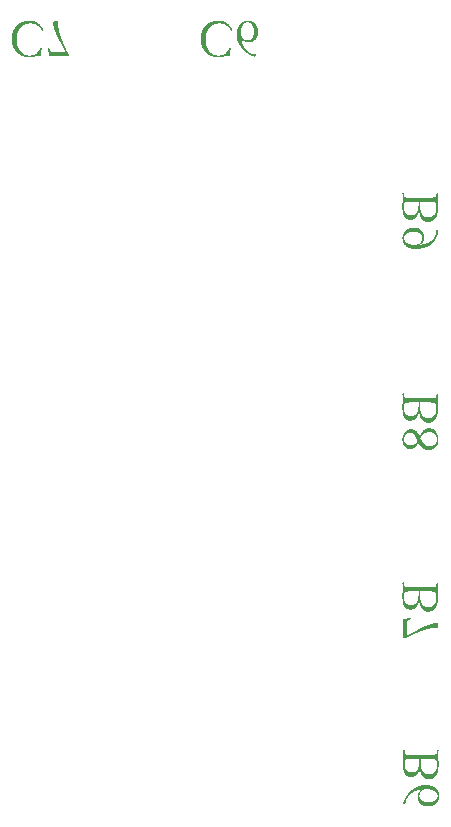
<source format=gbr>
%TF.GenerationSoftware,KiCad,Pcbnew,7.0.2*%
%TF.CreationDate,2024-05-02T17:55:26+09:00*%
%TF.ProjectId,DD_v6,44445f76-362e-46b6-9963-61645f706362,rev?*%
%TF.SameCoordinates,Original*%
%TF.FileFunction,Legend,Bot*%
%TF.FilePolarity,Positive*%
%FSLAX46Y46*%
G04 Gerber Fmt 4.6, Leading zero omitted, Abs format (unit mm)*
G04 Created by KiCad (PCBNEW 7.0.2) date 2024-05-02 17:55:26*
%MOMM*%
%LPD*%
G01*
G04 APERTURE LIST*
%ADD10C,0.150000*%
G04 APERTURE END LIST*
D10*
G36*
X192479359Y-131334625D02*
G01*
X192507731Y-131344588D01*
X192521835Y-131371410D01*
X192523171Y-131389718D01*
X192526171Y-131424894D01*
X192529606Y-131458153D01*
X192533475Y-131489495D01*
X192540096Y-131532911D01*
X192547695Y-131572013D01*
X192556273Y-131606799D01*
X192565830Y-131637271D01*
X192580095Y-131671188D01*
X192596101Y-131697435D01*
X192618555Y-131719456D01*
X192639941Y-131730859D01*
X192668709Y-131741170D01*
X192698465Y-131748096D01*
X192727732Y-131752429D01*
X192734273Y-131753195D01*
X192764876Y-131756018D01*
X192802577Y-131758450D01*
X192835511Y-131760020D01*
X192872438Y-131761370D01*
X192913358Y-131762501D01*
X192942856Y-131763134D01*
X192974129Y-131763669D01*
X193007176Y-131764107D01*
X193041998Y-131764448D01*
X193078594Y-131764691D01*
X193116965Y-131764837D01*
X193157110Y-131764885D01*
X194639420Y-131764885D01*
X194668223Y-131764835D01*
X194723613Y-131764435D01*
X194776048Y-131763633D01*
X194825530Y-131762431D01*
X194872059Y-131760828D01*
X194915633Y-131758825D01*
X194956254Y-131756420D01*
X194993921Y-131753615D01*
X195028634Y-131750410D01*
X195060393Y-131746803D01*
X195102493Y-131740642D01*
X195137948Y-131733580D01*
X195166756Y-131725616D01*
X195194829Y-131713594D01*
X195199807Y-131710530D01*
X195222941Y-131688444D01*
X195239336Y-131662661D01*
X195253853Y-131629666D01*
X195263509Y-131600185D01*
X195272108Y-131566648D01*
X195279652Y-131529053D01*
X195286139Y-131487402D01*
X195289877Y-131457380D01*
X195293146Y-131425555D01*
X195295945Y-131391927D01*
X195298063Y-131384199D01*
X195319587Y-131363591D01*
X195349434Y-131358954D01*
X195359386Y-131359244D01*
X195389405Y-131366199D01*
X195405122Y-131391927D01*
X195402548Y-131420955D01*
X195400141Y-131450339D01*
X195397900Y-131480077D01*
X195395825Y-131510171D01*
X195393916Y-131540619D01*
X195392173Y-131571422D01*
X195390596Y-131602580D01*
X195389185Y-131634093D01*
X195387940Y-131665961D01*
X195386861Y-131698184D01*
X195385948Y-131730762D01*
X195385201Y-131763695D01*
X195384620Y-131796982D01*
X195384205Y-131830625D01*
X195383955Y-131864622D01*
X195383872Y-131898975D01*
X195405122Y-132642694D01*
X195404923Y-132676848D01*
X195404326Y-132710523D01*
X195403331Y-132743721D01*
X195401939Y-132776440D01*
X195400149Y-132808682D01*
X195397960Y-132840445D01*
X195395374Y-132871731D01*
X195392390Y-132902538D01*
X195389009Y-132932868D01*
X195385229Y-132962719D01*
X195376477Y-133020988D01*
X195366132Y-133077345D01*
X195354197Y-133131791D01*
X195340670Y-133184324D01*
X195325552Y-133234945D01*
X195308842Y-133283654D01*
X195290541Y-133330452D01*
X195270649Y-133375337D01*
X195249165Y-133418310D01*
X195226090Y-133459372D01*
X195201423Y-133498521D01*
X195173465Y-133538183D01*
X195143995Y-133575286D01*
X195113015Y-133609830D01*
X195080523Y-133641815D01*
X195046520Y-133671242D01*
X195011005Y-133698110D01*
X194973980Y-133722418D01*
X194935443Y-133744168D01*
X194895394Y-133763360D01*
X194853835Y-133779992D01*
X194810764Y-133794066D01*
X194766182Y-133805580D01*
X194720089Y-133814536D01*
X194672485Y-133820933D01*
X194623369Y-133824771D01*
X194572742Y-133826051D01*
X194538206Y-133825301D01*
X194504392Y-133823051D01*
X194471299Y-133819302D01*
X194438927Y-133814052D01*
X194407277Y-133807303D01*
X194376348Y-133799054D01*
X194346140Y-133789306D01*
X194316653Y-133778057D01*
X194287888Y-133765309D01*
X194259844Y-133751061D01*
X194232521Y-133735313D01*
X194205920Y-133718065D01*
X194180040Y-133699317D01*
X194154881Y-133679070D01*
X194130443Y-133657323D01*
X194106727Y-133634076D01*
X194078399Y-133603797D01*
X194051486Y-133571576D01*
X194025986Y-133537416D01*
X194001901Y-133501315D01*
X193979229Y-133463273D01*
X193957971Y-133423291D01*
X193938128Y-133381368D01*
X193919698Y-133337504D01*
X193902682Y-133291700D01*
X193887080Y-133243955D01*
X193872892Y-133194270D01*
X193860118Y-133142644D01*
X193848758Y-133089078D01*
X193838811Y-133033571D01*
X193830279Y-132976123D01*
X193826543Y-132946671D01*
X193823161Y-132916735D01*
X193798248Y-132916735D01*
X193784944Y-132961606D01*
X193771229Y-133004994D01*
X193757101Y-133046900D01*
X193742561Y-133087323D01*
X193727608Y-133126264D01*
X193712244Y-133163721D01*
X193696467Y-133199697D01*
X193680279Y-133234189D01*
X193663678Y-133267199D01*
X193646665Y-133298727D01*
X193629240Y-133328771D01*
X193611402Y-133357334D01*
X193593153Y-133384413D01*
X193574491Y-133410010D01*
X193555417Y-133434124D01*
X193535931Y-133456756D01*
X193514006Y-133480003D01*
X193491280Y-133501750D01*
X193467753Y-133521997D01*
X193443424Y-133540745D01*
X193418294Y-133557992D01*
X193392362Y-133573740D01*
X193365629Y-133587988D01*
X193338094Y-133600737D01*
X193309758Y-133611985D01*
X193280621Y-133621734D01*
X193250682Y-133629983D01*
X193219942Y-133636732D01*
X193188400Y-133641981D01*
X193156057Y-133645731D01*
X193122913Y-133647981D01*
X193088967Y-133648731D01*
X193050083Y-133647918D01*
X193012385Y-133645479D01*
X192975872Y-133641415D01*
X192940543Y-133635725D01*
X192906400Y-133628409D01*
X192873441Y-133619467D01*
X192841668Y-133608900D01*
X192811079Y-133596707D01*
X192781676Y-133582888D01*
X192753457Y-133567443D01*
X192726423Y-133550373D01*
X192700575Y-133531677D01*
X192675911Y-133511355D01*
X192652432Y-133489408D01*
X192630138Y-133465835D01*
X192609030Y-133440636D01*
X192584185Y-133407617D01*
X192560944Y-133371942D01*
X192539306Y-133333611D01*
X192519270Y-133292624D01*
X192500838Y-133248981D01*
X192484008Y-133202682D01*
X192468781Y-133153727D01*
X192455157Y-133102115D01*
X192443135Y-133047847D01*
X192432717Y-132990923D01*
X192428109Y-132961465D01*
X192423901Y-132931343D01*
X192420094Y-132900557D01*
X192416688Y-132869107D01*
X192413683Y-132836993D01*
X192411078Y-132804215D01*
X192408874Y-132770773D01*
X192407071Y-132736667D01*
X192405669Y-132701896D01*
X192404667Y-132666462D01*
X192404066Y-132630364D01*
X192403866Y-132593601D01*
X192405043Y-132542310D01*
X192535024Y-132542310D01*
X192535160Y-132563138D01*
X192536248Y-132603913D01*
X192538423Y-132643515D01*
X192541686Y-132681943D01*
X192546036Y-132719198D01*
X192551475Y-132755279D01*
X192558000Y-132790187D01*
X192565614Y-132823921D01*
X192574315Y-132856481D01*
X192584104Y-132887868D01*
X192594980Y-132918082D01*
X192606944Y-132947122D01*
X192619996Y-132974989D01*
X192634135Y-133001682D01*
X192649362Y-133027201D01*
X192674242Y-133063280D01*
X192693748Y-133087770D01*
X192714348Y-133110679D01*
X192736041Y-133132008D01*
X192758827Y-133151757D01*
X192782706Y-133169927D01*
X192807679Y-133186516D01*
X192833745Y-133201526D01*
X192860905Y-133214955D01*
X192889158Y-133226805D01*
X192918504Y-133237074D01*
X192948944Y-133245764D01*
X192980477Y-133252874D01*
X193013104Y-133258404D01*
X193046823Y-133262354D01*
X193081637Y-133264724D01*
X193117543Y-133265513D01*
X193157529Y-133264614D01*
X193196246Y-133261916D01*
X193233693Y-133257418D01*
X193269871Y-133251122D01*
X193304779Y-133243027D01*
X193338418Y-133233133D01*
X193370787Y-133221440D01*
X193401888Y-133207949D01*
X193431718Y-133192658D01*
X193460280Y-133175568D01*
X193487572Y-133156680D01*
X193513594Y-133135992D01*
X193538348Y-133113506D01*
X193561831Y-133089221D01*
X193584046Y-133063137D01*
X193604991Y-133035254D01*
X193624666Y-133005572D01*
X193643073Y-132974091D01*
X193660209Y-132940811D01*
X193676077Y-132905732D01*
X193690675Y-132868855D01*
X193704004Y-132830178D01*
X193716063Y-132789703D01*
X193726853Y-132747429D01*
X193736373Y-132703355D01*
X193744624Y-132657483D01*
X193751606Y-132609812D01*
X193757318Y-132560342D01*
X193761761Y-132509074D01*
X193764935Y-132456006D01*
X193766839Y-132401139D01*
X193766875Y-132397963D01*
X193891304Y-132397963D01*
X193891970Y-132461345D01*
X193893966Y-132522716D01*
X193897294Y-132582074D01*
X193901952Y-132639420D01*
X193907941Y-132694754D01*
X193915261Y-132748075D01*
X193923912Y-132799385D01*
X193933894Y-132848683D01*
X193945207Y-132895968D01*
X193957851Y-132941241D01*
X193971826Y-132984502D01*
X193987132Y-133025751D01*
X194003768Y-133064988D01*
X194021736Y-133102212D01*
X194041034Y-133137425D01*
X194061664Y-133170625D01*
X194083624Y-133201813D01*
X194106916Y-133230989D01*
X194131538Y-133258153D01*
X194157491Y-133283305D01*
X194184775Y-133306445D01*
X194213390Y-133327572D01*
X194243336Y-133346688D01*
X194274613Y-133363791D01*
X194307221Y-133378882D01*
X194341160Y-133391961D01*
X194376429Y-133403027D01*
X194413030Y-133412082D01*
X194450962Y-133419125D01*
X194490224Y-133424155D01*
X194530818Y-133427173D01*
X194572742Y-133428179D01*
X194610088Y-133427495D01*
X194646473Y-133425443D01*
X194681896Y-133422023D01*
X194716357Y-133417234D01*
X194749856Y-133411077D01*
X194782394Y-133403553D01*
X194813970Y-133394660D01*
X194844584Y-133384399D01*
X194874237Y-133372769D01*
X194902928Y-133359772D01*
X194930657Y-133345407D01*
X194957424Y-133329673D01*
X194983230Y-133312571D01*
X195008074Y-133294101D01*
X195031957Y-133274263D01*
X195054877Y-133253057D01*
X195081407Y-133225949D01*
X195106226Y-133197198D01*
X195129332Y-133166804D01*
X195150727Y-133134767D01*
X195170411Y-133101087D01*
X195188383Y-133065765D01*
X195204643Y-133028799D01*
X195219192Y-132990191D01*
X195232029Y-132949939D01*
X195243154Y-132908045D01*
X195252568Y-132864508D01*
X195260270Y-132819328D01*
X195266261Y-132772505D01*
X195270540Y-132724039D01*
X195273107Y-132673930D01*
X195273963Y-132622178D01*
X195273514Y-132576279D01*
X195272166Y-132532739D01*
X195269919Y-132491558D01*
X195266773Y-132452734D01*
X195262729Y-132416270D01*
X195257786Y-132382163D01*
X195251944Y-132350416D01*
X195245204Y-132321026D01*
X195233408Y-132281365D01*
X195219590Y-132247009D01*
X195203749Y-132217961D01*
X195185887Y-132194219D01*
X195158925Y-132170817D01*
X195144144Y-132162391D01*
X195116791Y-132149408D01*
X195087544Y-132138669D01*
X195056404Y-132130174D01*
X195023370Y-132123922D01*
X195009654Y-132121882D01*
X194977964Y-132118195D01*
X194940595Y-132115035D01*
X194908841Y-132113011D01*
X194873893Y-132111283D01*
X194835751Y-132109851D01*
X194794415Y-132108715D01*
X194765083Y-132108123D01*
X194734332Y-132107662D01*
X194702160Y-132107333D01*
X194668569Y-132107135D01*
X194633558Y-132107070D01*
X193894968Y-132107070D01*
X193894109Y-132136459D01*
X193893365Y-132167840D01*
X193892736Y-132201214D01*
X193892220Y-132236579D01*
X193891820Y-132273937D01*
X193891594Y-132303263D01*
X193891433Y-132333709D01*
X193891337Y-132365276D01*
X193891304Y-132397963D01*
X193766875Y-132397963D01*
X193767473Y-132344474D01*
X193767441Y-132313626D01*
X193767298Y-132275261D01*
X193767040Y-132240056D01*
X193766668Y-132208010D01*
X193766042Y-132172397D01*
X193765237Y-132141721D01*
X193763810Y-132107070D01*
X193156378Y-132107070D01*
X193101767Y-132107270D01*
X193050040Y-132107871D01*
X193001200Y-132108873D01*
X192955244Y-132110275D01*
X192912173Y-132112079D01*
X192871987Y-132114282D01*
X192834687Y-132116887D01*
X192800272Y-132119892D01*
X192768741Y-132123298D01*
X192726856Y-132129159D01*
X192691461Y-132135921D01*
X192662559Y-132143584D01*
X192628813Y-132158361D01*
X192617456Y-132167417D01*
X192596939Y-132191505D01*
X192579354Y-132223562D01*
X192568088Y-132252834D01*
X192558471Y-132286588D01*
X192550503Y-132324825D01*
X192544183Y-132367543D01*
X192540886Y-132398512D01*
X192538321Y-132431474D01*
X192536489Y-132466427D01*
X192535390Y-132503373D01*
X192535024Y-132542310D01*
X192405043Y-132542310D01*
X192419986Y-131890915D01*
X192419844Y-131856592D01*
X192419419Y-131819293D01*
X192418710Y-131779020D01*
X192417719Y-131735771D01*
X192416900Y-131705285D01*
X192415956Y-131673478D01*
X192414885Y-131640347D01*
X192413689Y-131605895D01*
X192412366Y-131570120D01*
X192410918Y-131533023D01*
X192409344Y-131494603D01*
X192407644Y-131454861D01*
X192405818Y-131413797D01*
X192403866Y-131371410D01*
X192410091Y-131351704D01*
X192436798Y-131336997D01*
X192467613Y-131334041D01*
X192479359Y-131334625D01*
G37*
G36*
X194343830Y-134315745D02*
G01*
X194373245Y-134316441D01*
X194431096Y-134319223D01*
X194487642Y-134323860D01*
X194542883Y-134330351D01*
X194596819Y-134338697D01*
X194649450Y-134348898D01*
X194700775Y-134360954D01*
X194750795Y-134374864D01*
X194799510Y-134390630D01*
X194846920Y-134408249D01*
X194893025Y-134427724D01*
X194937824Y-134449053D01*
X194981318Y-134472237D01*
X195023507Y-134497276D01*
X195064391Y-134524169D01*
X195103970Y-134552918D01*
X195146116Y-134586806D01*
X195185543Y-134621977D01*
X195222251Y-134658430D01*
X195256240Y-134696166D01*
X195287510Y-134735184D01*
X195316061Y-134775484D01*
X195341892Y-134817066D01*
X195365005Y-134859931D01*
X195385398Y-134904078D01*
X195403072Y-134949507D01*
X195418027Y-134996218D01*
X195430263Y-135044212D01*
X195439780Y-135093488D01*
X195446578Y-135144046D01*
X195450657Y-135195887D01*
X195452016Y-135249010D01*
X195451126Y-135292467D01*
X195448456Y-135335094D01*
X195444005Y-135376891D01*
X195437774Y-135417858D01*
X195429762Y-135457995D01*
X195419971Y-135497302D01*
X195408399Y-135535778D01*
X195395047Y-135573425D01*
X195379914Y-135610242D01*
X195363001Y-135646229D01*
X195344308Y-135681385D01*
X195323835Y-135715712D01*
X195301581Y-135749209D01*
X195277547Y-135781875D01*
X195251732Y-135813712D01*
X195224138Y-135844718D01*
X195189634Y-135879943D01*
X195153716Y-135912896D01*
X195116384Y-135943576D01*
X195077638Y-135971984D01*
X195037478Y-135998119D01*
X194995904Y-136021981D01*
X194952916Y-136043571D01*
X194908515Y-136062888D01*
X194862699Y-136079932D01*
X194815470Y-136094704D01*
X194766826Y-136107204D01*
X194716769Y-136117430D01*
X194665298Y-136125384D01*
X194612412Y-136131066D01*
X194558113Y-136134475D01*
X194502400Y-136135611D01*
X194455525Y-136134847D01*
X194409790Y-136132554D01*
X194365194Y-136128733D01*
X194321737Y-136123384D01*
X194279419Y-136116506D01*
X194238240Y-136108100D01*
X194198200Y-136098165D01*
X194159300Y-136086702D01*
X194121539Y-136073710D01*
X194084917Y-136059190D01*
X194049434Y-136043141D01*
X194015090Y-136025565D01*
X193981885Y-136006459D01*
X193949820Y-135985825D01*
X193918893Y-135963663D01*
X193889106Y-135939973D01*
X193856898Y-135911413D01*
X193826767Y-135881423D01*
X193798714Y-135850002D01*
X193772740Y-135817149D01*
X193748843Y-135782865D01*
X193727024Y-135747151D01*
X193707284Y-135710005D01*
X193689621Y-135671428D01*
X193674036Y-135631420D01*
X193660529Y-135589980D01*
X193649100Y-135547110D01*
X193639750Y-135502808D01*
X193632477Y-135457076D01*
X193627282Y-135409912D01*
X193624165Y-135361317D01*
X193623126Y-135311292D01*
X193623432Y-135290724D01*
X193625040Y-135260022D01*
X193627264Y-135237286D01*
X193782861Y-135237286D01*
X193783496Y-135264712D01*
X193786832Y-135304627D01*
X193793027Y-135343074D01*
X193802082Y-135380052D01*
X193813996Y-135415562D01*
X193828769Y-135449604D01*
X193846402Y-135482178D01*
X193866894Y-135513283D01*
X193890245Y-135542920D01*
X193916456Y-135571088D01*
X193945526Y-135597788D01*
X193970605Y-135618019D01*
X193997115Y-135636944D01*
X194025056Y-135654563D01*
X194054428Y-135670878D01*
X194085231Y-135685888D01*
X194117466Y-135699592D01*
X194151131Y-135711991D01*
X194186228Y-135723085D01*
X194222755Y-135732874D01*
X194260714Y-135741357D01*
X194300104Y-135748536D01*
X194340925Y-135754409D01*
X194383177Y-135758977D01*
X194426860Y-135762240D01*
X194471975Y-135764198D01*
X194518520Y-135764851D01*
X194561247Y-135764341D01*
X194602967Y-135762813D01*
X194643679Y-135760265D01*
X194683384Y-135756699D01*
X194722081Y-135752114D01*
X194759771Y-135746509D01*
X194796453Y-135739886D01*
X194832128Y-135732244D01*
X194866795Y-135723583D01*
X194900455Y-135713903D01*
X194933107Y-135703204D01*
X194964752Y-135691486D01*
X194995389Y-135678749D01*
X195025019Y-135664993D01*
X195053641Y-135650219D01*
X195081256Y-135634425D01*
X195110270Y-135616261D01*
X195137412Y-135597308D01*
X195162683Y-135577564D01*
X195186082Y-135557030D01*
X195207608Y-135535707D01*
X195236389Y-135502240D01*
X195260957Y-135466996D01*
X195281314Y-135429975D01*
X195297459Y-135391176D01*
X195309392Y-135350600D01*
X195317114Y-135308246D01*
X195319922Y-135279023D01*
X195320858Y-135249010D01*
X195320048Y-135219059D01*
X195315795Y-135175508D01*
X195307898Y-135133605D01*
X195296355Y-135093351D01*
X195281167Y-135054745D01*
X195262335Y-135017788D01*
X195239857Y-134982480D01*
X195213734Y-134948820D01*
X195183966Y-134916809D01*
X195162096Y-134896384D01*
X195138606Y-134876692D01*
X195113496Y-134857733D01*
X195081107Y-134835550D01*
X195046772Y-134814799D01*
X195010490Y-134795479D01*
X194972262Y-134777590D01*
X194932088Y-134761133D01*
X194889968Y-134746106D01*
X194845901Y-134732510D01*
X194799888Y-134720346D01*
X194751928Y-134709613D01*
X194702023Y-134700310D01*
X194650171Y-134692439D01*
X194596372Y-134685999D01*
X194540628Y-134680990D01*
X194482937Y-134677413D01*
X194453362Y-134676160D01*
X194423300Y-134675266D01*
X194392751Y-134674729D01*
X194361716Y-134674550D01*
X194333878Y-134675072D01*
X194298203Y-134677391D01*
X194264177Y-134681564D01*
X194231800Y-134687591D01*
X194201071Y-134695474D01*
X194171991Y-134705211D01*
X194144559Y-134716803D01*
X194112588Y-134733901D01*
X194072660Y-134757420D01*
X194035309Y-134781998D01*
X194000533Y-134807635D01*
X193968333Y-134834331D01*
X193938709Y-134862086D01*
X193911661Y-134890900D01*
X193887189Y-134920773D01*
X193865293Y-134951705D01*
X193845973Y-134983696D01*
X193829229Y-135016746D01*
X193815061Y-135050855D01*
X193803469Y-135086023D01*
X193794453Y-135122250D01*
X193788013Y-135159537D01*
X193784149Y-135197882D01*
X193782861Y-135237286D01*
X193627264Y-135237286D01*
X193628026Y-135229501D01*
X193632390Y-135199160D01*
X193638132Y-135168999D01*
X193645253Y-135139019D01*
X193653752Y-135109219D01*
X193663628Y-135079599D01*
X193674883Y-135050160D01*
X193687516Y-135020901D01*
X193701528Y-134991822D01*
X193713151Y-134969439D01*
X193731585Y-134937111D01*
X193751216Y-134906276D01*
X193772045Y-134876935D01*
X193794072Y-134849089D01*
X193817297Y-134822736D01*
X193841719Y-134797878D01*
X193867340Y-134774514D01*
X193894158Y-134752643D01*
X193922174Y-134732267D01*
X193951388Y-134713385D01*
X193946992Y-134682610D01*
X193901843Y-134691217D01*
X193857255Y-134700551D01*
X193813229Y-134710612D01*
X193769763Y-134721399D01*
X193726858Y-134732914D01*
X193684515Y-134745156D01*
X193642732Y-134758124D01*
X193601510Y-134771820D01*
X193560850Y-134786243D01*
X193520750Y-134801393D01*
X193481211Y-134817269D01*
X193442233Y-134833873D01*
X193403817Y-134851204D01*
X193365961Y-134869262D01*
X193328666Y-134888046D01*
X193291933Y-134907558D01*
X193253444Y-134929197D01*
X193216015Y-134951430D01*
X193179645Y-134974259D01*
X193144334Y-134997684D01*
X193110081Y-135021704D01*
X193076888Y-135046319D01*
X193044754Y-135071529D01*
X193013679Y-135097335D01*
X192983663Y-135123736D01*
X192954706Y-135150732D01*
X192926808Y-135178324D01*
X192899969Y-135206511D01*
X192874189Y-135235294D01*
X192849468Y-135264672D01*
X192825806Y-135294645D01*
X192803203Y-135325213D01*
X192781206Y-135357508D01*
X192760464Y-135390461D01*
X192740975Y-135424072D01*
X192722740Y-135458341D01*
X192705758Y-135493269D01*
X192690030Y-135528855D01*
X192675556Y-135565099D01*
X192662336Y-135602002D01*
X192650369Y-135639563D01*
X192639655Y-135677782D01*
X192630196Y-135716659D01*
X192621990Y-135756195D01*
X192615037Y-135796389D01*
X192609339Y-135837242D01*
X192604894Y-135878753D01*
X192601702Y-135920922D01*
X192590122Y-135950080D01*
X192560669Y-135958291D01*
X192533294Y-135954914D01*
X192505572Y-135944784D01*
X192480069Y-135929714D01*
X192462209Y-135915117D01*
X192439884Y-135892749D01*
X192420610Y-135865936D01*
X192408628Y-135838352D01*
X192403866Y-135805883D01*
X192419911Y-135765337D01*
X192436907Y-135724665D01*
X192454853Y-135683867D01*
X192473749Y-135642943D01*
X192493596Y-135601893D01*
X192514393Y-135560717D01*
X192536140Y-135519415D01*
X192558838Y-135477987D01*
X192582485Y-135436434D01*
X192607083Y-135394754D01*
X192632631Y-135352948D01*
X192659130Y-135311017D01*
X192686579Y-135268959D01*
X192714977Y-135226776D01*
X192744327Y-135184467D01*
X192774626Y-135142031D01*
X192812375Y-135091181D01*
X192850793Y-135041945D01*
X192889878Y-134994324D01*
X192929633Y-134948316D01*
X192970055Y-134903923D01*
X193011146Y-134861144D01*
X193052905Y-134819980D01*
X193095332Y-134780430D01*
X193138428Y-134742494D01*
X193182192Y-134706172D01*
X193226624Y-134671465D01*
X193271725Y-134638372D01*
X193317494Y-134606893D01*
X193363932Y-134577029D01*
X193411037Y-134548779D01*
X193458811Y-134522143D01*
X193507254Y-134497121D01*
X193556365Y-134473714D01*
X193606144Y-134451921D01*
X193656591Y-134431743D01*
X193707707Y-134413178D01*
X193759491Y-134396228D01*
X193811943Y-134380892D01*
X193865064Y-134367171D01*
X193918853Y-134355064D01*
X193973310Y-134344571D01*
X194028436Y-134335692D01*
X194084230Y-134328428D01*
X194140692Y-134322778D01*
X194197823Y-134318742D01*
X194255622Y-134316321D01*
X194314089Y-134315513D01*
X194343830Y-134315745D01*
G37*
G36*
X192423553Y-117161051D02*
G01*
X192451925Y-117171014D01*
X192466029Y-117197836D01*
X192467365Y-117216144D01*
X192470365Y-117251320D01*
X192473800Y-117284579D01*
X192477669Y-117315921D01*
X192484290Y-117359337D01*
X192491889Y-117398439D01*
X192500467Y-117433225D01*
X192510024Y-117463697D01*
X192524289Y-117497614D01*
X192540295Y-117523861D01*
X192562749Y-117545882D01*
X192584135Y-117557285D01*
X192612903Y-117567596D01*
X192642659Y-117574522D01*
X192671926Y-117578855D01*
X192678467Y-117579621D01*
X192709070Y-117582444D01*
X192746771Y-117584876D01*
X192779705Y-117586446D01*
X192816632Y-117587796D01*
X192857552Y-117588927D01*
X192887050Y-117589560D01*
X192918323Y-117590095D01*
X192951370Y-117590533D01*
X192986192Y-117590874D01*
X193022788Y-117591117D01*
X193061159Y-117591263D01*
X193101304Y-117591311D01*
X194583614Y-117591311D01*
X194612417Y-117591261D01*
X194667807Y-117590861D01*
X194720242Y-117590059D01*
X194769724Y-117588857D01*
X194816253Y-117587254D01*
X194859827Y-117585251D01*
X194900448Y-117582846D01*
X194938115Y-117580041D01*
X194972828Y-117576836D01*
X195004587Y-117573229D01*
X195046687Y-117567068D01*
X195082142Y-117560006D01*
X195110950Y-117552042D01*
X195139023Y-117540020D01*
X195144001Y-117536956D01*
X195167135Y-117514870D01*
X195183530Y-117489087D01*
X195198047Y-117456092D01*
X195207703Y-117426611D01*
X195216302Y-117393074D01*
X195223846Y-117355479D01*
X195230333Y-117313828D01*
X195234071Y-117283806D01*
X195237340Y-117251981D01*
X195240139Y-117218353D01*
X195242257Y-117210625D01*
X195263781Y-117190017D01*
X195293628Y-117185380D01*
X195303580Y-117185670D01*
X195333599Y-117192625D01*
X195349316Y-117218353D01*
X195346742Y-117247381D01*
X195344335Y-117276765D01*
X195342094Y-117306503D01*
X195340019Y-117336597D01*
X195338110Y-117367045D01*
X195336367Y-117397848D01*
X195334790Y-117429006D01*
X195333379Y-117460519D01*
X195332134Y-117492387D01*
X195331055Y-117524610D01*
X195330142Y-117557188D01*
X195329395Y-117590121D01*
X195328814Y-117623408D01*
X195328399Y-117657051D01*
X195328149Y-117691048D01*
X195328066Y-117725401D01*
X195349316Y-118469120D01*
X195349117Y-118503274D01*
X195348520Y-118536949D01*
X195347525Y-118570147D01*
X195346133Y-118602866D01*
X195344343Y-118635108D01*
X195342154Y-118666871D01*
X195339568Y-118698157D01*
X195336584Y-118728964D01*
X195333203Y-118759294D01*
X195329423Y-118789145D01*
X195320671Y-118847414D01*
X195310326Y-118903771D01*
X195298391Y-118958217D01*
X195284864Y-119010750D01*
X195269746Y-119061371D01*
X195253036Y-119110080D01*
X195234735Y-119156878D01*
X195214843Y-119201763D01*
X195193359Y-119244736D01*
X195170284Y-119285798D01*
X195145617Y-119324947D01*
X195117659Y-119364609D01*
X195088189Y-119401712D01*
X195057209Y-119436256D01*
X195024717Y-119468241D01*
X194990714Y-119497668D01*
X194955199Y-119524536D01*
X194918174Y-119548844D01*
X194879637Y-119570594D01*
X194839588Y-119589786D01*
X194798029Y-119606418D01*
X194754958Y-119620492D01*
X194710376Y-119632006D01*
X194664283Y-119640962D01*
X194616679Y-119647359D01*
X194567563Y-119651197D01*
X194516936Y-119652477D01*
X194482400Y-119651727D01*
X194448586Y-119649477D01*
X194415493Y-119645728D01*
X194383121Y-119640478D01*
X194351471Y-119633729D01*
X194320542Y-119625480D01*
X194290334Y-119615732D01*
X194260847Y-119604483D01*
X194232082Y-119591735D01*
X194204038Y-119577487D01*
X194176715Y-119561739D01*
X194150114Y-119544491D01*
X194124234Y-119525743D01*
X194099075Y-119505496D01*
X194074637Y-119483749D01*
X194050921Y-119460502D01*
X194022593Y-119430223D01*
X193995680Y-119398002D01*
X193970180Y-119363842D01*
X193946095Y-119327741D01*
X193923423Y-119289699D01*
X193902165Y-119249717D01*
X193882322Y-119207794D01*
X193863892Y-119163930D01*
X193846876Y-119118126D01*
X193831274Y-119070381D01*
X193817086Y-119020696D01*
X193804312Y-118969070D01*
X193792952Y-118915504D01*
X193783005Y-118859997D01*
X193774473Y-118802549D01*
X193770737Y-118773097D01*
X193767355Y-118743161D01*
X193742442Y-118743161D01*
X193729138Y-118788032D01*
X193715423Y-118831420D01*
X193701295Y-118873326D01*
X193686755Y-118913749D01*
X193671802Y-118952690D01*
X193656438Y-118990147D01*
X193640661Y-119026123D01*
X193624473Y-119060615D01*
X193607872Y-119093625D01*
X193590859Y-119125153D01*
X193573434Y-119155197D01*
X193555596Y-119183760D01*
X193537347Y-119210839D01*
X193518685Y-119236436D01*
X193499611Y-119260550D01*
X193480125Y-119283182D01*
X193458200Y-119306429D01*
X193435474Y-119328176D01*
X193411947Y-119348423D01*
X193387618Y-119367171D01*
X193362488Y-119384418D01*
X193336556Y-119400166D01*
X193309823Y-119414414D01*
X193282288Y-119427163D01*
X193253952Y-119438411D01*
X193224815Y-119448160D01*
X193194876Y-119456409D01*
X193164136Y-119463158D01*
X193132594Y-119468407D01*
X193100251Y-119472157D01*
X193067107Y-119474407D01*
X193033161Y-119475157D01*
X192994277Y-119474344D01*
X192956579Y-119471905D01*
X192920066Y-119467841D01*
X192884737Y-119462151D01*
X192850594Y-119454835D01*
X192817635Y-119445893D01*
X192785862Y-119435326D01*
X192755273Y-119423133D01*
X192725870Y-119409314D01*
X192697651Y-119393869D01*
X192670617Y-119376799D01*
X192644769Y-119358103D01*
X192620105Y-119337781D01*
X192596626Y-119315834D01*
X192574332Y-119292261D01*
X192553224Y-119267062D01*
X192528379Y-119234043D01*
X192505138Y-119198368D01*
X192483500Y-119160037D01*
X192463464Y-119119050D01*
X192445032Y-119075407D01*
X192428202Y-119029108D01*
X192412975Y-118980153D01*
X192399351Y-118928541D01*
X192387329Y-118874273D01*
X192376911Y-118817349D01*
X192372303Y-118787891D01*
X192368095Y-118757769D01*
X192364288Y-118726983D01*
X192360882Y-118695533D01*
X192357877Y-118663419D01*
X192355272Y-118630641D01*
X192353068Y-118597199D01*
X192351265Y-118563093D01*
X192349863Y-118528322D01*
X192348861Y-118492888D01*
X192348260Y-118456790D01*
X192348060Y-118420027D01*
X192349237Y-118368736D01*
X192479218Y-118368736D01*
X192479354Y-118389564D01*
X192480442Y-118430339D01*
X192482617Y-118469941D01*
X192485880Y-118508369D01*
X192490230Y-118545624D01*
X192495669Y-118581705D01*
X192502194Y-118616613D01*
X192509808Y-118650347D01*
X192518509Y-118682907D01*
X192528298Y-118714294D01*
X192539174Y-118744508D01*
X192551138Y-118773548D01*
X192564190Y-118801415D01*
X192578329Y-118828108D01*
X192593556Y-118853627D01*
X192618436Y-118889706D01*
X192637942Y-118914196D01*
X192658542Y-118937105D01*
X192680235Y-118958434D01*
X192703021Y-118978183D01*
X192726900Y-118996353D01*
X192751873Y-119012942D01*
X192777939Y-119027952D01*
X192805099Y-119041381D01*
X192833352Y-119053231D01*
X192862698Y-119063500D01*
X192893138Y-119072190D01*
X192924671Y-119079300D01*
X192957298Y-119084830D01*
X192991017Y-119088780D01*
X193025831Y-119091150D01*
X193061737Y-119091939D01*
X193101723Y-119091040D01*
X193140440Y-119088342D01*
X193177887Y-119083844D01*
X193214065Y-119077548D01*
X193248973Y-119069453D01*
X193282612Y-119059559D01*
X193314981Y-119047866D01*
X193346082Y-119034375D01*
X193375912Y-119019084D01*
X193404474Y-119001994D01*
X193431766Y-118983106D01*
X193457788Y-118962418D01*
X193482542Y-118939932D01*
X193506025Y-118915647D01*
X193528240Y-118889563D01*
X193549185Y-118861680D01*
X193568860Y-118831998D01*
X193587267Y-118800517D01*
X193604403Y-118767237D01*
X193620271Y-118732158D01*
X193634869Y-118695281D01*
X193648198Y-118656604D01*
X193660257Y-118616129D01*
X193671047Y-118573855D01*
X193680567Y-118529781D01*
X193688818Y-118483909D01*
X193695800Y-118436238D01*
X193701512Y-118386768D01*
X193705955Y-118335500D01*
X193709129Y-118282432D01*
X193711033Y-118227565D01*
X193711069Y-118224389D01*
X193835498Y-118224389D01*
X193836164Y-118287771D01*
X193838160Y-118349142D01*
X193841488Y-118408500D01*
X193846146Y-118465846D01*
X193852135Y-118521180D01*
X193859455Y-118574501D01*
X193868106Y-118625811D01*
X193878088Y-118675109D01*
X193889401Y-118722394D01*
X193902045Y-118767667D01*
X193916020Y-118810928D01*
X193931326Y-118852177D01*
X193947962Y-118891414D01*
X193965930Y-118928638D01*
X193985228Y-118963851D01*
X194005858Y-118997051D01*
X194027818Y-119028239D01*
X194051110Y-119057415D01*
X194075732Y-119084579D01*
X194101685Y-119109731D01*
X194128969Y-119132871D01*
X194157584Y-119153998D01*
X194187530Y-119173114D01*
X194218807Y-119190217D01*
X194251415Y-119205308D01*
X194285354Y-119218387D01*
X194320623Y-119229453D01*
X194357224Y-119238508D01*
X194395156Y-119245551D01*
X194434418Y-119250581D01*
X194475012Y-119253599D01*
X194516936Y-119254605D01*
X194554282Y-119253921D01*
X194590667Y-119251869D01*
X194626090Y-119248449D01*
X194660551Y-119243660D01*
X194694050Y-119237503D01*
X194726588Y-119229979D01*
X194758164Y-119221086D01*
X194788778Y-119210825D01*
X194818431Y-119199195D01*
X194847122Y-119186198D01*
X194874851Y-119171833D01*
X194901618Y-119156099D01*
X194927424Y-119138997D01*
X194952268Y-119120527D01*
X194976151Y-119100689D01*
X194999071Y-119079483D01*
X195025601Y-119052375D01*
X195050420Y-119023624D01*
X195073526Y-118993230D01*
X195094921Y-118961193D01*
X195114605Y-118927513D01*
X195132577Y-118892191D01*
X195148837Y-118855225D01*
X195163386Y-118816617D01*
X195176223Y-118776365D01*
X195187348Y-118734471D01*
X195196762Y-118690934D01*
X195204464Y-118645754D01*
X195210455Y-118598931D01*
X195214734Y-118550465D01*
X195217301Y-118500356D01*
X195218157Y-118448604D01*
X195217708Y-118402705D01*
X195216360Y-118359165D01*
X195214113Y-118317984D01*
X195210967Y-118279160D01*
X195206923Y-118242696D01*
X195201980Y-118208589D01*
X195196138Y-118176842D01*
X195189398Y-118147452D01*
X195177602Y-118107791D01*
X195163784Y-118073435D01*
X195147943Y-118044387D01*
X195130081Y-118020645D01*
X195103119Y-117997243D01*
X195088338Y-117988817D01*
X195060985Y-117975834D01*
X195031738Y-117965095D01*
X195000598Y-117956600D01*
X194967564Y-117950348D01*
X194953848Y-117948308D01*
X194922158Y-117944621D01*
X194884789Y-117941461D01*
X194853035Y-117939437D01*
X194818087Y-117937709D01*
X194779945Y-117936277D01*
X194738609Y-117935141D01*
X194709277Y-117934549D01*
X194678526Y-117934088D01*
X194646354Y-117933759D01*
X194612763Y-117933561D01*
X194577752Y-117933496D01*
X193839162Y-117933496D01*
X193838303Y-117962885D01*
X193837559Y-117994266D01*
X193836930Y-118027640D01*
X193836414Y-118063005D01*
X193836014Y-118100363D01*
X193835788Y-118129689D01*
X193835627Y-118160135D01*
X193835531Y-118191702D01*
X193835498Y-118224389D01*
X193711069Y-118224389D01*
X193711667Y-118170900D01*
X193711635Y-118140052D01*
X193711492Y-118101687D01*
X193711234Y-118066482D01*
X193710862Y-118034436D01*
X193710236Y-117998823D01*
X193709431Y-117968147D01*
X193708004Y-117933496D01*
X193100572Y-117933496D01*
X193045961Y-117933696D01*
X192994234Y-117934297D01*
X192945394Y-117935299D01*
X192899438Y-117936701D01*
X192856367Y-117938505D01*
X192816181Y-117940708D01*
X192778881Y-117943313D01*
X192744466Y-117946318D01*
X192712935Y-117949724D01*
X192671050Y-117955585D01*
X192635655Y-117962347D01*
X192606753Y-117970010D01*
X192573007Y-117984787D01*
X192561650Y-117993843D01*
X192541133Y-118017931D01*
X192523548Y-118049988D01*
X192512282Y-118079260D01*
X192502665Y-118113014D01*
X192494697Y-118151251D01*
X192488377Y-118193969D01*
X192485080Y-118224938D01*
X192482515Y-118257900D01*
X192480683Y-118292853D01*
X192479584Y-118329799D01*
X192479218Y-118368736D01*
X192349237Y-118368736D01*
X192364180Y-117717341D01*
X192364038Y-117683018D01*
X192363613Y-117645719D01*
X192362904Y-117605446D01*
X192361913Y-117562197D01*
X192361094Y-117531711D01*
X192360150Y-117499904D01*
X192359079Y-117466773D01*
X192357883Y-117432321D01*
X192356560Y-117396546D01*
X192355112Y-117359449D01*
X192353538Y-117321029D01*
X192351838Y-117281287D01*
X192350012Y-117240223D01*
X192348060Y-117197836D01*
X192354285Y-117178130D01*
X192380992Y-117163423D01*
X192411807Y-117160467D01*
X192423553Y-117161051D01*
G37*
G36*
X192394954Y-120263572D02*
G01*
X192395450Y-120295560D01*
X192395930Y-120327134D01*
X192396395Y-120358294D01*
X192396843Y-120389041D01*
X192397276Y-120419374D01*
X192397693Y-120449293D01*
X192398095Y-120478799D01*
X192398850Y-120536570D01*
X192399543Y-120592687D01*
X192400173Y-120647149D01*
X192400739Y-120699957D01*
X192401243Y-120751111D01*
X192401684Y-120800610D01*
X192402062Y-120848455D01*
X192402377Y-120894646D01*
X192402628Y-120939182D01*
X192402817Y-120982064D01*
X192402943Y-121023291D01*
X192403006Y-121062864D01*
X192403014Y-121082030D01*
X192402983Y-121118469D01*
X192402888Y-121156711D01*
X192402731Y-121196757D01*
X192402510Y-121238605D01*
X192402227Y-121282257D01*
X192401881Y-121327712D01*
X192401471Y-121374970D01*
X192400999Y-121424031D01*
X192400464Y-121474896D01*
X192399866Y-121527564D01*
X192399205Y-121582034D01*
X192398480Y-121638309D01*
X192397693Y-121696386D01*
X192397276Y-121726101D01*
X192396843Y-121756266D01*
X192396395Y-121786883D01*
X192395930Y-121817950D01*
X192395450Y-121849468D01*
X192394954Y-121881437D01*
X192413469Y-121905104D01*
X192442353Y-121912349D01*
X192474034Y-121914378D01*
X192479218Y-121914410D01*
X192508710Y-121913402D01*
X192538824Y-121909860D01*
X192568476Y-121902934D01*
X192581800Y-121898290D01*
X192651416Y-121862584D01*
X192720128Y-121827639D01*
X192787938Y-121793455D01*
X192854844Y-121760033D01*
X192920848Y-121727372D01*
X192985948Y-121695473D01*
X193050146Y-121664335D01*
X193113440Y-121633958D01*
X193175832Y-121604343D01*
X193237320Y-121575489D01*
X193297905Y-121547396D01*
X193357588Y-121520064D01*
X193416367Y-121493494D01*
X193474243Y-121467686D01*
X193531216Y-121442639D01*
X193587287Y-121418353D01*
X193642454Y-121394828D01*
X193696718Y-121372065D01*
X193750079Y-121350063D01*
X193802537Y-121328822D01*
X193854092Y-121308343D01*
X193904744Y-121288625D01*
X193954493Y-121269669D01*
X194003339Y-121251474D01*
X194051282Y-121234040D01*
X194098322Y-121217367D01*
X194144459Y-121201456D01*
X194189693Y-121186307D01*
X194234023Y-121171918D01*
X194277451Y-121158291D01*
X194319976Y-121145426D01*
X194361598Y-121133321D01*
X194399522Y-121123117D01*
X194436908Y-121113572D01*
X194473757Y-121104685D01*
X194510067Y-121096456D01*
X194545839Y-121088885D01*
X194581073Y-121081973D01*
X194615768Y-121075719D01*
X194649926Y-121070123D01*
X194683546Y-121065186D01*
X194716627Y-121060907D01*
X194749171Y-121057286D01*
X194781176Y-121054324D01*
X194812643Y-121052020D01*
X194843573Y-121050374D01*
X194873964Y-121049387D01*
X194903817Y-121049057D01*
X195207166Y-121052721D01*
X195237091Y-121049759D01*
X195265315Y-121040871D01*
X195291839Y-121026059D01*
X195316663Y-121005323D01*
X195339787Y-120978661D01*
X195347117Y-120968457D01*
X195363801Y-120940654D01*
X195377033Y-120911098D01*
X195386814Y-120879791D01*
X195393142Y-120846733D01*
X195396018Y-120811922D01*
X195396210Y-120799930D01*
X195394768Y-120766669D01*
X195390440Y-120736680D01*
X195380182Y-120701784D01*
X195364795Y-120672704D01*
X195344278Y-120649440D01*
X195318633Y-120631992D01*
X195287858Y-120620360D01*
X195251954Y-120614544D01*
X195232079Y-120613817D01*
X195188796Y-120614416D01*
X195145500Y-120616212D01*
X195102191Y-120619207D01*
X195058869Y-120623399D01*
X195015534Y-120628790D01*
X194972187Y-120635378D01*
X194943281Y-120640435D01*
X194914370Y-120646025D01*
X194885453Y-120652148D01*
X194856530Y-120658802D01*
X194827601Y-120665989D01*
X194798667Y-120673709D01*
X194769727Y-120681960D01*
X194729471Y-120694540D01*
X194700952Y-120703928D01*
X194671087Y-120714117D01*
X194639878Y-120725108D01*
X194607323Y-120736901D01*
X194573423Y-120749495D01*
X194538177Y-120762890D01*
X194501587Y-120777086D01*
X194463651Y-120792084D01*
X194424370Y-120807884D01*
X194383743Y-120824485D01*
X194341772Y-120841887D01*
X194298455Y-120860091D01*
X194253793Y-120879096D01*
X194207785Y-120898902D01*
X194184277Y-120909106D01*
X194138862Y-120929468D01*
X194087248Y-120953551D01*
X194059116Y-120966988D01*
X194029434Y-120981354D01*
X193998202Y-120996652D01*
X193965420Y-121012879D01*
X193931089Y-121030037D01*
X193895207Y-121048124D01*
X193857776Y-121067142D01*
X193818795Y-121087091D01*
X193778263Y-121107969D01*
X193736182Y-121129778D01*
X193692551Y-121152517D01*
X193647370Y-121176186D01*
X193600640Y-121200785D01*
X193552359Y-121226315D01*
X193502528Y-121252775D01*
X193451148Y-121280165D01*
X193398218Y-121308485D01*
X193343737Y-121337735D01*
X193287707Y-121367916D01*
X193230127Y-121399027D01*
X193170997Y-121431068D01*
X193110318Y-121464039D01*
X193048088Y-121497941D01*
X192984308Y-121532773D01*
X192918979Y-121568535D01*
X192852099Y-121605227D01*
X192783670Y-121642849D01*
X192713691Y-121681402D01*
X192713691Y-120803593D01*
X192714009Y-120769055D01*
X192714962Y-120735965D01*
X192716550Y-120704323D01*
X192718774Y-120674129D01*
X192723302Y-120631555D01*
X192729259Y-120592238D01*
X192736645Y-120556181D01*
X192745462Y-120523382D01*
X192755708Y-120493842D01*
X192771593Y-120459524D01*
X192790020Y-120430999D01*
X192795024Y-120424773D01*
X192816994Y-120401131D01*
X192842239Y-120378931D01*
X192870758Y-120358175D01*
X192902552Y-120338860D01*
X192937620Y-120320989D01*
X192966070Y-120308531D01*
X192996361Y-120296886D01*
X193028495Y-120286052D01*
X193062470Y-120276029D01*
X193088241Y-120260938D01*
X193098338Y-120232773D01*
X193098374Y-120230600D01*
X193096359Y-120200787D01*
X193085780Y-120172039D01*
X193066133Y-120162456D01*
X193058073Y-120162456D01*
X193008772Y-120170407D01*
X192960518Y-120178141D01*
X192913311Y-120185657D01*
X192867152Y-120192956D01*
X192822040Y-120200037D01*
X192777977Y-120206900D01*
X192734960Y-120213547D01*
X192692991Y-120219975D01*
X192652070Y-120226186D01*
X192612197Y-120232180D01*
X192573371Y-120237956D01*
X192535592Y-120243514D01*
X192498861Y-120248855D01*
X192463178Y-120253978D01*
X192428542Y-120258884D01*
X192394954Y-120263572D01*
G37*
G36*
X161738939Y-72605045D02*
G01*
X161742794Y-72556350D01*
X161746667Y-72508267D01*
X161750557Y-72460798D01*
X161754463Y-72413940D01*
X161758388Y-72367695D01*
X161762329Y-72322063D01*
X161766287Y-72277043D01*
X161770263Y-72232636D01*
X161774256Y-72188841D01*
X161778266Y-72145658D01*
X161782293Y-72103089D01*
X161786337Y-72061131D01*
X161790399Y-72019787D01*
X161794477Y-71979054D01*
X161798573Y-71938935D01*
X161802686Y-71899427D01*
X161802686Y-71886238D01*
X161784695Y-71861654D01*
X161753880Y-71855223D01*
X161738939Y-71854731D01*
X161711394Y-71865063D01*
X161697906Y-71884040D01*
X161679619Y-71926117D01*
X161660846Y-71966804D01*
X161641586Y-72006099D01*
X161621840Y-72044004D01*
X161601607Y-72080517D01*
X161580887Y-72115639D01*
X161559681Y-72149371D01*
X161537988Y-72181711D01*
X161515809Y-72212660D01*
X161493143Y-72242218D01*
X161469990Y-72270385D01*
X161446351Y-72297161D01*
X161422225Y-72322547D01*
X161397613Y-72346541D01*
X161372514Y-72369143D01*
X161346929Y-72390355D01*
X161315044Y-72411828D01*
X161282586Y-72431915D01*
X161249556Y-72450617D01*
X161215954Y-72467933D01*
X161181779Y-72483864D01*
X161147032Y-72498410D01*
X161111712Y-72511570D01*
X161075819Y-72523346D01*
X161039355Y-72533735D01*
X161002318Y-72542740D01*
X160964708Y-72550359D01*
X160926526Y-72556593D01*
X160887772Y-72561442D01*
X160848445Y-72564905D01*
X160808545Y-72566983D01*
X160768073Y-72567676D01*
X160736575Y-72567252D01*
X160705460Y-72565981D01*
X160674728Y-72563863D01*
X160644380Y-72560898D01*
X160614415Y-72557085D01*
X160584834Y-72552426D01*
X160555637Y-72546919D01*
X160526823Y-72540565D01*
X160498392Y-72533363D01*
X160442682Y-72516419D01*
X160388506Y-72496086D01*
X160335864Y-72472364D01*
X160284756Y-72445253D01*
X160235182Y-72414753D01*
X160210971Y-72398232D01*
X160187143Y-72380864D01*
X160163698Y-72362649D01*
X160140637Y-72343587D01*
X160117960Y-72323677D01*
X160095666Y-72302920D01*
X160073756Y-72281316D01*
X160052229Y-72258865D01*
X160031086Y-72235566D01*
X160010326Y-72211421D01*
X159989950Y-72186428D01*
X159969957Y-72160588D01*
X159950348Y-72133900D01*
X159933489Y-72109621D01*
X159917164Y-72084959D01*
X159901374Y-72059916D01*
X159886120Y-72034490D01*
X159871401Y-72008682D01*
X159857217Y-71982492D01*
X159843569Y-71955920D01*
X159830456Y-71928965D01*
X159817878Y-71901629D01*
X159805835Y-71873911D01*
X159794327Y-71845810D01*
X159783355Y-71817327D01*
X159772918Y-71788463D01*
X159763016Y-71759216D01*
X159753649Y-71729587D01*
X159744818Y-71699576D01*
X159736522Y-71669182D01*
X159728761Y-71638407D01*
X159721535Y-71607250D01*
X159714845Y-71575710D01*
X159708690Y-71543788D01*
X159703070Y-71511485D01*
X159697985Y-71478799D01*
X159693435Y-71445731D01*
X159689421Y-71412281D01*
X159685942Y-71378449D01*
X159682998Y-71344234D01*
X159680590Y-71309638D01*
X159678717Y-71274660D01*
X159677378Y-71239299D01*
X159676576Y-71203556D01*
X159676308Y-71167431D01*
X159676660Y-71129506D01*
X159677716Y-71092023D01*
X159679476Y-71054985D01*
X159681941Y-71018390D01*
X159685109Y-70982239D01*
X159688982Y-70946531D01*
X159693559Y-70911267D01*
X159698839Y-70876447D01*
X159704824Y-70842070D01*
X159711513Y-70808137D01*
X159718906Y-70774647D01*
X159727004Y-70741602D01*
X159735805Y-70709000D01*
X159745310Y-70676841D01*
X159755520Y-70645126D01*
X159766434Y-70613855D01*
X159778051Y-70583027D01*
X159790373Y-70552644D01*
X159803399Y-70522703D01*
X159817129Y-70493207D01*
X159831563Y-70464154D01*
X159846702Y-70435544D01*
X159862544Y-70407379D01*
X159879091Y-70379657D01*
X159896341Y-70352378D01*
X159914296Y-70325544D01*
X159932955Y-70299152D01*
X159952318Y-70273205D01*
X159972385Y-70247701D01*
X159993156Y-70222641D01*
X160014631Y-70198024D01*
X160036810Y-70173852D01*
X160076744Y-70133214D01*
X160117777Y-70095198D01*
X160159909Y-70059804D01*
X160203140Y-70027031D01*
X160247470Y-69996880D01*
X160292899Y-69969352D01*
X160339427Y-69944445D01*
X160387055Y-69922159D01*
X160435781Y-69902496D01*
X160485607Y-69885454D01*
X160536531Y-69871034D01*
X160588555Y-69859236D01*
X160641678Y-69850060D01*
X160695900Y-69843505D01*
X160751221Y-69839573D01*
X160807641Y-69838262D01*
X160854269Y-69838909D01*
X160899999Y-69840849D01*
X160944830Y-69844084D01*
X160988762Y-69848612D01*
X161031796Y-69854433D01*
X161073930Y-69861549D01*
X161115166Y-69869958D01*
X161155504Y-69879661D01*
X161194942Y-69890658D01*
X161233482Y-69902948D01*
X161271123Y-69916532D01*
X161307865Y-69931410D01*
X161343709Y-69947582D01*
X161378654Y-69965047D01*
X161412700Y-69983806D01*
X161445847Y-70003859D01*
X161473239Y-70021911D01*
X161500275Y-70041079D01*
X161526957Y-70061363D01*
X161553284Y-70082764D01*
X161579255Y-70105281D01*
X161604872Y-70128915D01*
X161630134Y-70153664D01*
X161655041Y-70179530D01*
X161679594Y-70206512D01*
X161703791Y-70234611D01*
X161727633Y-70263825D01*
X161751120Y-70294156D01*
X161774253Y-70325604D01*
X161797030Y-70358167D01*
X161819453Y-70391847D01*
X161841521Y-70426643D01*
X161865128Y-70445381D01*
X161883286Y-70447892D01*
X161913235Y-70442102D01*
X161938974Y-70427376D01*
X161959753Y-70405451D01*
X161963154Y-70391472D01*
X161955998Y-70362403D01*
X161951430Y-70354103D01*
X161925906Y-70307941D01*
X161899618Y-70263244D01*
X161872566Y-70220013D01*
X161844749Y-70178248D01*
X161816169Y-70137948D01*
X161786824Y-70099113D01*
X161756715Y-70061744D01*
X161725841Y-70025840D01*
X161694204Y-69991402D01*
X161661802Y-69958429D01*
X161628636Y-69926922D01*
X161594706Y-69896880D01*
X161560011Y-69868304D01*
X161524553Y-69841193D01*
X161488330Y-69815547D01*
X161451343Y-69791367D01*
X161413592Y-69768653D01*
X161375076Y-69747404D01*
X161335796Y-69727620D01*
X161295753Y-69709302D01*
X161254944Y-69692449D01*
X161213372Y-69677062D01*
X161171036Y-69663140D01*
X161127935Y-69650683D01*
X161084070Y-69639692D01*
X161039441Y-69630167D01*
X160994047Y-69622107D01*
X160947890Y-69615512D01*
X160900968Y-69610383D01*
X160853282Y-69606720D01*
X160804832Y-69604521D01*
X160755617Y-69603789D01*
X160711838Y-69604265D01*
X160668611Y-69605692D01*
X160625937Y-69608071D01*
X160583815Y-69611402D01*
X160542246Y-69615685D01*
X160501229Y-69620919D01*
X160460764Y-69627105D01*
X160420852Y-69634243D01*
X160381492Y-69642332D01*
X160342684Y-69651373D01*
X160304429Y-69661366D01*
X160266727Y-69672310D01*
X160229577Y-69684206D01*
X160192979Y-69697054D01*
X160156934Y-69710854D01*
X160121441Y-69725605D01*
X160086500Y-69741308D01*
X160052112Y-69757962D01*
X160018276Y-69775569D01*
X159984993Y-69794126D01*
X159952262Y-69813636D01*
X159920083Y-69834097D01*
X159888457Y-69855510D01*
X159857383Y-69877875D01*
X159826862Y-69901191D01*
X159796893Y-69925459D01*
X159767477Y-69950679D01*
X159738613Y-69976851D01*
X159710301Y-70003974D01*
X159682542Y-70032049D01*
X159655335Y-70061075D01*
X159628681Y-70091053D01*
X159605870Y-70117911D01*
X159583784Y-70145178D01*
X159562422Y-70172854D01*
X159541784Y-70200940D01*
X159521870Y-70229434D01*
X159502680Y-70258339D01*
X159484214Y-70287652D01*
X159466473Y-70317375D01*
X159449455Y-70347507D01*
X159433162Y-70378048D01*
X159417593Y-70408999D01*
X159402748Y-70440359D01*
X159388628Y-70472128D01*
X159375231Y-70504306D01*
X159362558Y-70536894D01*
X159350610Y-70569891D01*
X159339386Y-70603298D01*
X159328886Y-70637113D01*
X159319110Y-70671338D01*
X159310058Y-70705973D01*
X159301731Y-70741016D01*
X159294127Y-70776469D01*
X159287248Y-70812331D01*
X159281092Y-70848603D01*
X159275661Y-70885284D01*
X159270955Y-70922374D01*
X159266972Y-70959873D01*
X159263713Y-70997782D01*
X159261179Y-71036100D01*
X159259368Y-71074827D01*
X159258282Y-71113964D01*
X159257920Y-71153510D01*
X159258386Y-71198477D01*
X159259786Y-71242885D01*
X159262119Y-71286736D01*
X159265385Y-71330029D01*
X159269583Y-71372763D01*
X159274715Y-71414939D01*
X159280781Y-71456557D01*
X159287779Y-71497617D01*
X159295710Y-71538119D01*
X159304574Y-71578063D01*
X159314372Y-71617448D01*
X159325102Y-71656276D01*
X159336766Y-71694545D01*
X159349362Y-71732256D01*
X159362892Y-71769409D01*
X159377355Y-71806004D01*
X159392751Y-71842041D01*
X159409080Y-71877520D01*
X159426342Y-71912440D01*
X159444537Y-71946803D01*
X159463665Y-71980607D01*
X159483726Y-72013853D01*
X159504721Y-72046541D01*
X159526648Y-72078671D01*
X159549509Y-72110243D01*
X159573302Y-72141256D01*
X159598029Y-72171712D01*
X159623689Y-72201609D01*
X159650282Y-72230948D01*
X159677808Y-72259729D01*
X159706267Y-72287952D01*
X159735659Y-72315617D01*
X159761729Y-72339194D01*
X159788192Y-72362022D01*
X159815047Y-72384102D01*
X159842294Y-72405434D01*
X159869933Y-72426017D01*
X159897964Y-72445851D01*
X159926387Y-72464937D01*
X159955203Y-72483275D01*
X159984410Y-72500864D01*
X160014010Y-72517704D01*
X160044002Y-72533796D01*
X160074386Y-72549140D01*
X160105162Y-72563735D01*
X160136330Y-72577582D01*
X160167890Y-72590680D01*
X160199842Y-72603030D01*
X160232187Y-72614631D01*
X160264924Y-72625484D01*
X160298052Y-72635588D01*
X160331573Y-72644944D01*
X160365486Y-72653552D01*
X160399792Y-72661411D01*
X160434489Y-72668521D01*
X160469578Y-72674883D01*
X160505060Y-72680497D01*
X160540933Y-72685362D01*
X160577199Y-72689478D01*
X160613857Y-72692846D01*
X160650907Y-72695466D01*
X160688349Y-72697337D01*
X160726183Y-72698460D01*
X160764410Y-72698834D01*
X160798628Y-72698551D01*
X160832405Y-72697701D01*
X160865741Y-72696284D01*
X160898637Y-72694300D01*
X160931091Y-72691750D01*
X160963105Y-72688633D01*
X160994678Y-72684949D01*
X161025811Y-72680699D01*
X161056502Y-72675882D01*
X161086753Y-72670498D01*
X161116563Y-72664548D01*
X161145932Y-72658030D01*
X161174861Y-72650946D01*
X161203349Y-72643296D01*
X161245254Y-72630757D01*
X161259002Y-72626294D01*
X161295549Y-72614116D01*
X161331001Y-72603136D01*
X161365358Y-72593353D01*
X161398621Y-72584769D01*
X161430789Y-72577382D01*
X161461861Y-72571193D01*
X161491840Y-72566202D01*
X161530108Y-72561411D01*
X161566429Y-72558749D01*
X161592393Y-72558150D01*
X161625457Y-72561081D01*
X161656342Y-72568454D01*
X161684266Y-72578346D01*
X161713529Y-72591535D01*
X161738939Y-72605045D01*
G37*
G36*
X162436496Y-72605045D02*
G01*
X162468484Y-72604549D01*
X162500058Y-72604069D01*
X162531218Y-72603604D01*
X162561965Y-72603156D01*
X162592298Y-72602723D01*
X162622217Y-72602306D01*
X162651723Y-72601904D01*
X162709494Y-72601149D01*
X162765611Y-72600456D01*
X162820073Y-72599826D01*
X162872881Y-72599260D01*
X162924035Y-72598756D01*
X162973534Y-72598315D01*
X163021379Y-72597937D01*
X163067570Y-72597622D01*
X163112106Y-72597371D01*
X163154987Y-72597182D01*
X163196215Y-72597056D01*
X163235788Y-72596993D01*
X163254954Y-72596985D01*
X163291393Y-72597016D01*
X163329635Y-72597111D01*
X163369681Y-72597268D01*
X163411529Y-72597489D01*
X163455181Y-72597772D01*
X163500636Y-72598118D01*
X163547894Y-72598528D01*
X163596955Y-72599000D01*
X163647820Y-72599535D01*
X163700487Y-72600133D01*
X163754958Y-72600794D01*
X163811232Y-72601519D01*
X163869310Y-72602306D01*
X163899025Y-72602723D01*
X163929190Y-72603156D01*
X163959807Y-72603604D01*
X163990874Y-72604069D01*
X164022392Y-72604549D01*
X164054361Y-72605045D01*
X164078028Y-72586530D01*
X164085273Y-72557646D01*
X164087302Y-72525965D01*
X164087334Y-72520781D01*
X164086326Y-72491289D01*
X164082784Y-72461175D01*
X164075858Y-72431523D01*
X164071214Y-72418199D01*
X164035508Y-72348583D01*
X164000563Y-72279871D01*
X163966379Y-72212061D01*
X163932957Y-72145155D01*
X163900296Y-72079151D01*
X163868397Y-72014051D01*
X163837259Y-71949853D01*
X163806882Y-71886559D01*
X163777267Y-71824167D01*
X163748412Y-71762679D01*
X163720320Y-71702094D01*
X163692988Y-71642411D01*
X163666418Y-71583632D01*
X163640610Y-71525756D01*
X163615562Y-71468783D01*
X163591277Y-71412712D01*
X163567752Y-71357545D01*
X163544989Y-71303281D01*
X163522987Y-71249920D01*
X163501746Y-71197462D01*
X163481267Y-71145907D01*
X163461549Y-71095255D01*
X163442593Y-71045506D01*
X163424398Y-70996660D01*
X163406964Y-70948717D01*
X163390291Y-70901677D01*
X163374380Y-70855540D01*
X163359231Y-70810306D01*
X163344842Y-70765976D01*
X163331215Y-70722548D01*
X163318349Y-70680023D01*
X163306245Y-70638401D01*
X163296041Y-70600477D01*
X163286496Y-70563091D01*
X163277609Y-70526242D01*
X163269380Y-70489932D01*
X163261809Y-70454160D01*
X163254897Y-70418926D01*
X163248643Y-70384231D01*
X163243047Y-70350073D01*
X163238110Y-70316453D01*
X163233831Y-70283372D01*
X163230210Y-70250828D01*
X163227248Y-70218823D01*
X163224944Y-70187356D01*
X163223298Y-70156426D01*
X163222311Y-70126035D01*
X163221981Y-70096182D01*
X163225645Y-69792833D01*
X163222683Y-69762908D01*
X163213795Y-69734684D01*
X163198983Y-69708160D01*
X163178247Y-69683336D01*
X163151585Y-69660212D01*
X163141381Y-69652882D01*
X163113578Y-69636198D01*
X163084022Y-69622966D01*
X163052715Y-69613185D01*
X163019657Y-69606857D01*
X162984846Y-69603981D01*
X162972854Y-69603789D01*
X162939593Y-69605231D01*
X162909604Y-69609559D01*
X162874708Y-69619817D01*
X162845628Y-69635204D01*
X162822364Y-69655721D01*
X162804916Y-69681366D01*
X162793284Y-69712141D01*
X162787468Y-69748045D01*
X162786741Y-69767920D01*
X162787340Y-69811203D01*
X162789136Y-69854499D01*
X162792131Y-69897808D01*
X162796323Y-69941130D01*
X162801714Y-69984465D01*
X162808302Y-70027812D01*
X162813359Y-70056718D01*
X162818949Y-70085629D01*
X162825071Y-70114546D01*
X162831726Y-70143469D01*
X162838913Y-70172398D01*
X162846633Y-70201332D01*
X162854884Y-70230272D01*
X162867464Y-70270528D01*
X162876852Y-70299047D01*
X162887041Y-70328912D01*
X162898032Y-70360121D01*
X162909825Y-70392676D01*
X162922418Y-70426576D01*
X162935814Y-70461822D01*
X162950010Y-70498412D01*
X162965008Y-70536348D01*
X162980808Y-70575629D01*
X162997409Y-70616256D01*
X163014811Y-70658227D01*
X163033015Y-70701544D01*
X163052020Y-70746206D01*
X163071826Y-70792214D01*
X163082030Y-70815722D01*
X163102392Y-70861137D01*
X163126475Y-70912751D01*
X163139911Y-70940883D01*
X163154278Y-70970565D01*
X163169576Y-71001797D01*
X163185803Y-71034579D01*
X163202960Y-71068910D01*
X163221048Y-71104792D01*
X163240066Y-71142223D01*
X163260015Y-71181204D01*
X163280893Y-71221736D01*
X163302702Y-71263817D01*
X163325441Y-71307448D01*
X163349110Y-71352629D01*
X163373709Y-71399359D01*
X163399239Y-71447640D01*
X163425698Y-71497471D01*
X163453089Y-71548851D01*
X163481409Y-71601781D01*
X163510659Y-71656262D01*
X163540840Y-71712292D01*
X163571951Y-71769872D01*
X163603992Y-71829002D01*
X163636963Y-71889681D01*
X163670865Y-71951911D01*
X163705697Y-72015691D01*
X163741459Y-72081020D01*
X163778151Y-72147900D01*
X163815773Y-72216329D01*
X163854326Y-72286308D01*
X162976517Y-72286308D01*
X162941979Y-72285990D01*
X162908889Y-72285037D01*
X162877247Y-72283449D01*
X162847053Y-72281225D01*
X162804479Y-72276697D01*
X162765162Y-72270740D01*
X162729105Y-72263354D01*
X162696306Y-72254537D01*
X162666766Y-72244291D01*
X162632448Y-72228406D01*
X162603923Y-72209979D01*
X162597697Y-72204975D01*
X162574055Y-72183005D01*
X162551855Y-72157760D01*
X162531098Y-72129241D01*
X162511784Y-72097447D01*
X162493913Y-72062379D01*
X162481455Y-72033929D01*
X162469810Y-72003638D01*
X162458976Y-71971504D01*
X162448953Y-71937529D01*
X162433862Y-71911758D01*
X162405697Y-71901661D01*
X162403524Y-71901625D01*
X162373711Y-71903640D01*
X162344963Y-71914219D01*
X162335380Y-71933866D01*
X162335380Y-71941926D01*
X162343331Y-71991227D01*
X162351065Y-72039481D01*
X162358581Y-72086688D01*
X162365880Y-72132847D01*
X162372961Y-72177959D01*
X162379824Y-72222022D01*
X162386470Y-72265039D01*
X162392899Y-72307008D01*
X162399110Y-72347929D01*
X162405104Y-72387802D01*
X162410879Y-72426628D01*
X162416438Y-72464407D01*
X162421779Y-72501138D01*
X162426902Y-72536821D01*
X162431808Y-72571457D01*
X162436496Y-72605045D01*
G37*
G36*
X192423553Y-84161051D02*
G01*
X192451925Y-84171014D01*
X192466029Y-84197836D01*
X192467365Y-84216144D01*
X192470365Y-84251320D01*
X192473800Y-84284579D01*
X192477669Y-84315921D01*
X192484290Y-84359337D01*
X192491889Y-84398439D01*
X192500467Y-84433225D01*
X192510024Y-84463697D01*
X192524289Y-84497614D01*
X192540295Y-84523861D01*
X192562749Y-84545882D01*
X192584135Y-84557285D01*
X192612903Y-84567596D01*
X192642659Y-84574522D01*
X192671926Y-84578855D01*
X192678467Y-84579621D01*
X192709070Y-84582444D01*
X192746771Y-84584876D01*
X192779705Y-84586446D01*
X192816632Y-84587796D01*
X192857552Y-84588927D01*
X192887050Y-84589560D01*
X192918323Y-84590095D01*
X192951370Y-84590533D01*
X192986192Y-84590874D01*
X193022788Y-84591117D01*
X193061159Y-84591263D01*
X193101304Y-84591311D01*
X194583614Y-84591311D01*
X194612417Y-84591261D01*
X194667807Y-84590861D01*
X194720242Y-84590059D01*
X194769724Y-84588857D01*
X194816253Y-84587254D01*
X194859827Y-84585251D01*
X194900448Y-84582846D01*
X194938115Y-84580041D01*
X194972828Y-84576836D01*
X195004587Y-84573229D01*
X195046687Y-84567068D01*
X195082142Y-84560006D01*
X195110950Y-84552042D01*
X195139023Y-84540020D01*
X195144001Y-84536956D01*
X195167135Y-84514870D01*
X195183530Y-84489087D01*
X195198047Y-84456092D01*
X195207703Y-84426611D01*
X195216302Y-84393074D01*
X195223846Y-84355479D01*
X195230333Y-84313828D01*
X195234071Y-84283806D01*
X195237340Y-84251981D01*
X195240139Y-84218353D01*
X195242257Y-84210625D01*
X195263781Y-84190017D01*
X195293628Y-84185380D01*
X195303580Y-84185670D01*
X195333599Y-84192625D01*
X195349316Y-84218353D01*
X195346742Y-84247381D01*
X195344335Y-84276765D01*
X195342094Y-84306503D01*
X195340019Y-84336597D01*
X195338110Y-84367045D01*
X195336367Y-84397848D01*
X195334790Y-84429006D01*
X195333379Y-84460519D01*
X195332134Y-84492387D01*
X195331055Y-84524610D01*
X195330142Y-84557188D01*
X195329395Y-84590121D01*
X195328814Y-84623408D01*
X195328399Y-84657051D01*
X195328149Y-84691048D01*
X195328066Y-84725401D01*
X195349316Y-85469120D01*
X195349117Y-85503274D01*
X195348520Y-85536949D01*
X195347525Y-85570147D01*
X195346133Y-85602866D01*
X195344343Y-85635108D01*
X195342154Y-85666871D01*
X195339568Y-85698157D01*
X195336584Y-85728964D01*
X195333203Y-85759294D01*
X195329423Y-85789145D01*
X195320671Y-85847414D01*
X195310326Y-85903771D01*
X195298391Y-85958217D01*
X195284864Y-86010750D01*
X195269746Y-86061371D01*
X195253036Y-86110080D01*
X195234735Y-86156878D01*
X195214843Y-86201763D01*
X195193359Y-86244736D01*
X195170284Y-86285798D01*
X195145617Y-86324947D01*
X195117659Y-86364609D01*
X195088189Y-86401712D01*
X195057209Y-86436256D01*
X195024717Y-86468241D01*
X194990714Y-86497668D01*
X194955199Y-86524536D01*
X194918174Y-86548844D01*
X194879637Y-86570594D01*
X194839588Y-86589786D01*
X194798029Y-86606418D01*
X194754958Y-86620492D01*
X194710376Y-86632006D01*
X194664283Y-86640962D01*
X194616679Y-86647359D01*
X194567563Y-86651197D01*
X194516936Y-86652477D01*
X194482400Y-86651727D01*
X194448586Y-86649477D01*
X194415493Y-86645728D01*
X194383121Y-86640478D01*
X194351471Y-86633729D01*
X194320542Y-86625480D01*
X194290334Y-86615732D01*
X194260847Y-86604483D01*
X194232082Y-86591735D01*
X194204038Y-86577487D01*
X194176715Y-86561739D01*
X194150114Y-86544491D01*
X194124234Y-86525743D01*
X194099075Y-86505496D01*
X194074637Y-86483749D01*
X194050921Y-86460502D01*
X194022593Y-86430223D01*
X193995680Y-86398002D01*
X193970180Y-86363842D01*
X193946095Y-86327741D01*
X193923423Y-86289699D01*
X193902165Y-86249717D01*
X193882322Y-86207794D01*
X193863892Y-86163930D01*
X193846876Y-86118126D01*
X193831274Y-86070381D01*
X193817086Y-86020696D01*
X193804312Y-85969070D01*
X193792952Y-85915504D01*
X193783005Y-85859997D01*
X193774473Y-85802549D01*
X193770737Y-85773097D01*
X193767355Y-85743161D01*
X193742442Y-85743161D01*
X193729138Y-85788032D01*
X193715423Y-85831420D01*
X193701295Y-85873326D01*
X193686755Y-85913749D01*
X193671802Y-85952690D01*
X193656438Y-85990147D01*
X193640661Y-86026123D01*
X193624473Y-86060615D01*
X193607872Y-86093625D01*
X193590859Y-86125153D01*
X193573434Y-86155197D01*
X193555596Y-86183760D01*
X193537347Y-86210839D01*
X193518685Y-86236436D01*
X193499611Y-86260550D01*
X193480125Y-86283182D01*
X193458200Y-86306429D01*
X193435474Y-86328176D01*
X193411947Y-86348423D01*
X193387618Y-86367171D01*
X193362488Y-86384418D01*
X193336556Y-86400166D01*
X193309823Y-86414414D01*
X193282288Y-86427163D01*
X193253952Y-86438411D01*
X193224815Y-86448160D01*
X193194876Y-86456409D01*
X193164136Y-86463158D01*
X193132594Y-86468407D01*
X193100251Y-86472157D01*
X193067107Y-86474407D01*
X193033161Y-86475157D01*
X192994277Y-86474344D01*
X192956579Y-86471905D01*
X192920066Y-86467841D01*
X192884737Y-86462151D01*
X192850594Y-86454835D01*
X192817635Y-86445893D01*
X192785862Y-86435326D01*
X192755273Y-86423133D01*
X192725870Y-86409314D01*
X192697651Y-86393869D01*
X192670617Y-86376799D01*
X192644769Y-86358103D01*
X192620105Y-86337781D01*
X192596626Y-86315834D01*
X192574332Y-86292261D01*
X192553224Y-86267062D01*
X192528379Y-86234043D01*
X192505138Y-86198368D01*
X192483500Y-86160037D01*
X192463464Y-86119050D01*
X192445032Y-86075407D01*
X192428202Y-86029108D01*
X192412975Y-85980153D01*
X192399351Y-85928541D01*
X192387329Y-85874273D01*
X192376911Y-85817349D01*
X192372303Y-85787891D01*
X192368095Y-85757769D01*
X192364288Y-85726983D01*
X192360882Y-85695533D01*
X192357877Y-85663419D01*
X192355272Y-85630641D01*
X192353068Y-85597199D01*
X192351265Y-85563093D01*
X192349863Y-85528322D01*
X192348861Y-85492888D01*
X192348260Y-85456790D01*
X192348060Y-85420027D01*
X192349237Y-85368736D01*
X192479218Y-85368736D01*
X192479354Y-85389564D01*
X192480442Y-85430339D01*
X192482617Y-85469941D01*
X192485880Y-85508369D01*
X192490230Y-85545624D01*
X192495669Y-85581705D01*
X192502194Y-85616613D01*
X192509808Y-85650347D01*
X192518509Y-85682907D01*
X192528298Y-85714294D01*
X192539174Y-85744508D01*
X192551138Y-85773548D01*
X192564190Y-85801415D01*
X192578329Y-85828108D01*
X192593556Y-85853627D01*
X192618436Y-85889706D01*
X192637942Y-85914196D01*
X192658542Y-85937105D01*
X192680235Y-85958434D01*
X192703021Y-85978183D01*
X192726900Y-85996353D01*
X192751873Y-86012942D01*
X192777939Y-86027952D01*
X192805099Y-86041381D01*
X192833352Y-86053231D01*
X192862698Y-86063500D01*
X192893138Y-86072190D01*
X192924671Y-86079300D01*
X192957298Y-86084830D01*
X192991017Y-86088780D01*
X193025831Y-86091150D01*
X193061737Y-86091939D01*
X193101723Y-86091040D01*
X193140440Y-86088342D01*
X193177887Y-86083844D01*
X193214065Y-86077548D01*
X193248973Y-86069453D01*
X193282612Y-86059559D01*
X193314981Y-86047866D01*
X193346082Y-86034375D01*
X193375912Y-86019084D01*
X193404474Y-86001994D01*
X193431766Y-85983106D01*
X193457788Y-85962418D01*
X193482542Y-85939932D01*
X193506025Y-85915647D01*
X193528240Y-85889563D01*
X193549185Y-85861680D01*
X193568860Y-85831998D01*
X193587267Y-85800517D01*
X193604403Y-85767237D01*
X193620271Y-85732158D01*
X193634869Y-85695281D01*
X193648198Y-85656604D01*
X193660257Y-85616129D01*
X193671047Y-85573855D01*
X193680567Y-85529781D01*
X193688818Y-85483909D01*
X193695800Y-85436238D01*
X193701512Y-85386768D01*
X193705955Y-85335500D01*
X193709129Y-85282432D01*
X193711033Y-85227565D01*
X193711069Y-85224389D01*
X193835498Y-85224389D01*
X193836164Y-85287771D01*
X193838160Y-85349142D01*
X193841488Y-85408500D01*
X193846146Y-85465846D01*
X193852135Y-85521180D01*
X193859455Y-85574501D01*
X193868106Y-85625811D01*
X193878088Y-85675109D01*
X193889401Y-85722394D01*
X193902045Y-85767667D01*
X193916020Y-85810928D01*
X193931326Y-85852177D01*
X193947962Y-85891414D01*
X193965930Y-85928638D01*
X193985228Y-85963851D01*
X194005858Y-85997051D01*
X194027818Y-86028239D01*
X194051110Y-86057415D01*
X194075732Y-86084579D01*
X194101685Y-86109731D01*
X194128969Y-86132871D01*
X194157584Y-86153998D01*
X194187530Y-86173114D01*
X194218807Y-86190217D01*
X194251415Y-86205308D01*
X194285354Y-86218387D01*
X194320623Y-86229453D01*
X194357224Y-86238508D01*
X194395156Y-86245551D01*
X194434418Y-86250581D01*
X194475012Y-86253599D01*
X194516936Y-86254605D01*
X194554282Y-86253921D01*
X194590667Y-86251869D01*
X194626090Y-86248449D01*
X194660551Y-86243660D01*
X194694050Y-86237503D01*
X194726588Y-86229979D01*
X194758164Y-86221086D01*
X194788778Y-86210825D01*
X194818431Y-86199195D01*
X194847122Y-86186198D01*
X194874851Y-86171833D01*
X194901618Y-86156099D01*
X194927424Y-86138997D01*
X194952268Y-86120527D01*
X194976151Y-86100689D01*
X194999071Y-86079483D01*
X195025601Y-86052375D01*
X195050420Y-86023624D01*
X195073526Y-85993230D01*
X195094921Y-85961193D01*
X195114605Y-85927513D01*
X195132577Y-85892191D01*
X195148837Y-85855225D01*
X195163386Y-85816617D01*
X195176223Y-85776365D01*
X195187348Y-85734471D01*
X195196762Y-85690934D01*
X195204464Y-85645754D01*
X195210455Y-85598931D01*
X195214734Y-85550465D01*
X195217301Y-85500356D01*
X195218157Y-85448604D01*
X195217708Y-85402705D01*
X195216360Y-85359165D01*
X195214113Y-85317984D01*
X195210967Y-85279160D01*
X195206923Y-85242696D01*
X195201980Y-85208589D01*
X195196138Y-85176842D01*
X195189398Y-85147452D01*
X195177602Y-85107791D01*
X195163784Y-85073435D01*
X195147943Y-85044387D01*
X195130081Y-85020645D01*
X195103119Y-84997243D01*
X195088338Y-84988817D01*
X195060985Y-84975834D01*
X195031738Y-84965095D01*
X195000598Y-84956600D01*
X194967564Y-84950348D01*
X194953848Y-84948308D01*
X194922158Y-84944621D01*
X194884789Y-84941461D01*
X194853035Y-84939437D01*
X194818087Y-84937709D01*
X194779945Y-84936277D01*
X194738609Y-84935141D01*
X194709277Y-84934549D01*
X194678526Y-84934088D01*
X194646354Y-84933759D01*
X194612763Y-84933561D01*
X194577752Y-84933496D01*
X193839162Y-84933496D01*
X193838303Y-84962885D01*
X193837559Y-84994266D01*
X193836930Y-85027640D01*
X193836414Y-85063005D01*
X193836014Y-85100363D01*
X193835788Y-85129689D01*
X193835627Y-85160135D01*
X193835531Y-85191702D01*
X193835498Y-85224389D01*
X193711069Y-85224389D01*
X193711667Y-85170900D01*
X193711635Y-85140052D01*
X193711492Y-85101687D01*
X193711234Y-85066482D01*
X193710862Y-85034436D01*
X193710236Y-84998823D01*
X193709431Y-84968147D01*
X193708004Y-84933496D01*
X193100572Y-84933496D01*
X193045961Y-84933696D01*
X192994234Y-84934297D01*
X192945394Y-84935299D01*
X192899438Y-84936701D01*
X192856367Y-84938505D01*
X192816181Y-84940708D01*
X192778881Y-84943313D01*
X192744466Y-84946318D01*
X192712935Y-84949724D01*
X192671050Y-84955585D01*
X192635655Y-84962347D01*
X192606753Y-84970010D01*
X192573007Y-84984787D01*
X192561650Y-84993843D01*
X192541133Y-85017931D01*
X192523548Y-85049988D01*
X192512282Y-85079260D01*
X192502665Y-85113014D01*
X192494697Y-85151251D01*
X192488377Y-85193969D01*
X192485080Y-85224938D01*
X192482515Y-85257900D01*
X192480683Y-85292853D01*
X192479584Y-85329799D01*
X192479218Y-85368736D01*
X192349237Y-85368736D01*
X192364180Y-84717341D01*
X192364038Y-84683018D01*
X192363613Y-84645719D01*
X192362904Y-84605446D01*
X192361913Y-84562197D01*
X192361094Y-84531711D01*
X192360150Y-84499904D01*
X192359079Y-84466773D01*
X192357883Y-84432321D01*
X192356560Y-84396546D01*
X192355112Y-84359449D01*
X192353538Y-84321029D01*
X192351838Y-84281287D01*
X192350012Y-84240223D01*
X192348060Y-84197836D01*
X192354285Y-84178130D01*
X192380992Y-84163423D01*
X192411807Y-84160467D01*
X192423553Y-84161051D01*
G37*
G36*
X193352630Y-87122222D02*
G01*
X193396411Y-87124617D01*
X193439275Y-87128610D01*
X193481224Y-87134200D01*
X193522257Y-87141387D01*
X193562374Y-87150171D01*
X193601575Y-87160553D01*
X193639860Y-87172531D01*
X193677229Y-87186106D01*
X193713682Y-87201279D01*
X193749220Y-87218049D01*
X193783841Y-87236416D01*
X193817547Y-87256380D01*
X193850336Y-87277941D01*
X193882210Y-87301099D01*
X193913168Y-87325854D01*
X193947417Y-87355779D01*
X193979457Y-87386934D01*
X194009287Y-87419320D01*
X194036907Y-87452937D01*
X194062318Y-87487784D01*
X194085519Y-87523863D01*
X194106511Y-87561172D01*
X194125293Y-87599712D01*
X194141865Y-87639482D01*
X194156227Y-87680484D01*
X194168380Y-87722716D01*
X194178324Y-87766178D01*
X194186058Y-87810872D01*
X194191582Y-87856796D01*
X194194896Y-87903951D01*
X194196001Y-87952337D01*
X194194644Y-87999072D01*
X194190574Y-88044569D01*
X194183791Y-88088831D01*
X194174294Y-88131856D01*
X194162084Y-88173644D01*
X194147160Y-88214196D01*
X194129523Y-88253512D01*
X194109173Y-88291591D01*
X194086109Y-88328433D01*
X194060332Y-88364039D01*
X194031841Y-88398409D01*
X194000637Y-88431542D01*
X193966720Y-88463438D01*
X193930089Y-88494098D01*
X193890745Y-88523522D01*
X193848688Y-88551709D01*
X193856748Y-88578820D01*
X193910294Y-88572489D01*
X193962673Y-88565402D01*
X194013884Y-88557560D01*
X194063927Y-88548961D01*
X194112802Y-88539608D01*
X194160509Y-88529498D01*
X194207049Y-88518633D01*
X194252421Y-88507013D01*
X194296625Y-88494637D01*
X194339661Y-88481505D01*
X194381530Y-88467617D01*
X194422231Y-88452974D01*
X194461764Y-88437575D01*
X194500129Y-88421421D01*
X194537326Y-88404511D01*
X194573356Y-88386845D01*
X194611140Y-88366990D01*
X194647923Y-88346076D01*
X194683703Y-88324103D01*
X194718482Y-88301070D01*
X194752259Y-88276979D01*
X194785035Y-88251829D01*
X194816808Y-88225619D01*
X194847580Y-88198351D01*
X194877350Y-88170023D01*
X194906118Y-88140637D01*
X194933884Y-88110192D01*
X194960649Y-88078687D01*
X194986412Y-88046124D01*
X195011173Y-88012501D01*
X195034932Y-87977820D01*
X195057690Y-87942079D01*
X195073297Y-87915309D01*
X195088064Y-87887571D01*
X195101988Y-87858866D01*
X195115071Y-87829193D01*
X195127313Y-87798553D01*
X195138713Y-87766945D01*
X195149272Y-87734371D01*
X195158989Y-87700828D01*
X195167865Y-87666318D01*
X195175899Y-87630841D01*
X195183092Y-87594396D01*
X195189443Y-87556984D01*
X195194953Y-87518605D01*
X195199621Y-87479258D01*
X195203448Y-87438944D01*
X195206434Y-87397662D01*
X195207075Y-87385640D01*
X195219417Y-87356188D01*
X195247466Y-87346371D01*
X195262959Y-87347563D01*
X195292289Y-87356102D01*
X195320006Y-87371284D01*
X195333625Y-87381364D01*
X195356843Y-87401835D01*
X195377159Y-87426238D01*
X195391448Y-87454815D01*
X195396210Y-87484124D01*
X195384023Y-87527266D01*
X195371091Y-87570048D01*
X195357416Y-87612469D01*
X195342996Y-87654529D01*
X195327832Y-87696229D01*
X195311924Y-87737568D01*
X195295271Y-87778546D01*
X195277875Y-87819164D01*
X195259734Y-87859421D01*
X195240849Y-87899317D01*
X195221220Y-87938853D01*
X195200846Y-87978029D01*
X195179729Y-88016843D01*
X195157867Y-88055297D01*
X195135262Y-88093390D01*
X195111912Y-88131123D01*
X195078698Y-88180711D01*
X195044363Y-88228725D01*
X195008906Y-88275164D01*
X194972327Y-88320030D01*
X194934626Y-88363321D01*
X194895802Y-88405038D01*
X194855857Y-88445180D01*
X194814790Y-88483749D01*
X194772601Y-88520743D01*
X194729290Y-88556163D01*
X194684857Y-88590009D01*
X194639302Y-88622280D01*
X194592625Y-88652977D01*
X194544825Y-88682101D01*
X194495904Y-88709649D01*
X194445861Y-88735624D01*
X194394696Y-88760024D01*
X194342409Y-88782851D01*
X194289000Y-88804103D01*
X194234469Y-88823780D01*
X194178816Y-88841884D01*
X194122041Y-88858413D01*
X194064144Y-88873368D01*
X194005125Y-88886749D01*
X193944984Y-88898556D01*
X193883721Y-88908788D01*
X193821336Y-88917447D01*
X193757829Y-88924531D01*
X193693200Y-88930040D01*
X193627449Y-88933976D01*
X193560576Y-88936337D01*
X193492581Y-88937124D01*
X193461805Y-88936895D01*
X193431393Y-88936206D01*
X193401344Y-88935057D01*
X193371658Y-88933449D01*
X193313378Y-88928855D01*
X193256551Y-88922424D01*
X193201179Y-88914155D01*
X193147260Y-88904049D01*
X193094796Y-88892105D01*
X193043785Y-88878323D01*
X192994229Y-88862704D01*
X192946126Y-88845247D01*
X192899478Y-88825953D01*
X192854283Y-88804821D01*
X192810543Y-88781852D01*
X192768256Y-88757045D01*
X192727424Y-88730401D01*
X192688046Y-88701919D01*
X192646875Y-88669115D01*
X192608361Y-88635000D01*
X192572503Y-88599574D01*
X192539302Y-88562838D01*
X192508756Y-88524790D01*
X192480867Y-88485432D01*
X192455633Y-88444762D01*
X192433056Y-88402782D01*
X192413135Y-88359491D01*
X192395870Y-88314889D01*
X192381261Y-88268976D01*
X192369309Y-88221752D01*
X192360012Y-88173218D01*
X192353372Y-88123372D01*
X192349388Y-88072216D01*
X192348060Y-88019748D01*
X192479218Y-88019748D01*
X192480912Y-88061237D01*
X192485993Y-88101347D01*
X192494461Y-88140080D01*
X192506317Y-88177434D01*
X192521561Y-88213410D01*
X192540192Y-88248008D01*
X192562210Y-88281227D01*
X192587616Y-88313069D01*
X192616409Y-88343532D01*
X192648590Y-88372617D01*
X192671926Y-88391242D01*
X192687685Y-88402782D01*
X192720612Y-88424764D01*
X192755417Y-88445280D01*
X192792099Y-88464331D01*
X192830659Y-88481917D01*
X192871096Y-88498037D01*
X192913411Y-88512691D01*
X192957604Y-88525881D01*
X193003674Y-88537604D01*
X193051622Y-88547862D01*
X193101448Y-88556655D01*
X193153151Y-88563982D01*
X193206731Y-88569844D01*
X193262190Y-88574241D01*
X193319526Y-88577172D01*
X193348898Y-88578087D01*
X193378740Y-88578637D01*
X193409050Y-88578820D01*
X193419830Y-88578769D01*
X193451274Y-88578007D01*
X193481379Y-88576331D01*
X193519435Y-88572673D01*
X193555110Y-88567389D01*
X193588403Y-88560480D01*
X193619315Y-88551945D01*
X193647846Y-88541784D01*
X193680160Y-88526796D01*
X193723282Y-88502662D01*
X193763622Y-88477520D01*
X193801180Y-88451371D01*
X193835956Y-88424214D01*
X193867950Y-88396050D01*
X193897162Y-88366878D01*
X193923592Y-88336699D01*
X193947240Y-88305512D01*
X193968105Y-88273318D01*
X193986189Y-88240116D01*
X194001490Y-88205907D01*
X194014009Y-88170690D01*
X194023747Y-88134466D01*
X194030702Y-88097234D01*
X194034875Y-88058995D01*
X194036266Y-88019748D01*
X194035593Y-87993009D01*
X194032062Y-87953953D01*
X194025504Y-87916159D01*
X194015919Y-87879627D01*
X194003308Y-87844357D01*
X193987669Y-87810350D01*
X193969004Y-87777604D01*
X193947312Y-87746121D01*
X193922593Y-87715901D01*
X193894847Y-87686942D01*
X193864075Y-87659246D01*
X193837596Y-87638572D01*
X193809819Y-87619232D01*
X193780741Y-87601226D01*
X193750365Y-87584553D01*
X193718688Y-87569215D01*
X193685713Y-87555210D01*
X193651438Y-87542539D01*
X193615863Y-87531202D01*
X193578989Y-87521198D01*
X193540816Y-87512528D01*
X193501343Y-87505193D01*
X193460570Y-87499190D01*
X193418499Y-87494522D01*
X193375127Y-87491188D01*
X193330457Y-87489187D01*
X193284487Y-87488520D01*
X193241570Y-87489058D01*
X193199650Y-87490672D01*
X193158726Y-87493363D01*
X193118798Y-87497130D01*
X193079866Y-87501973D01*
X193041931Y-87507892D01*
X193004991Y-87514887D01*
X192969047Y-87522958D01*
X192934099Y-87532106D01*
X192900148Y-87542330D01*
X192867192Y-87553630D01*
X192835232Y-87566006D01*
X192804269Y-87579459D01*
X192774301Y-87593987D01*
X192745330Y-87609592D01*
X192717355Y-87626273D01*
X192702704Y-87635796D01*
X192674797Y-87655380D01*
X192648751Y-87675679D01*
X192624565Y-87696693D01*
X192602240Y-87718423D01*
X192581775Y-87740869D01*
X192563170Y-87764030D01*
X192538752Y-87800113D01*
X192518520Y-87837806D01*
X192502473Y-87877110D01*
X192490613Y-87918023D01*
X192482939Y-87960546D01*
X192480148Y-87989789D01*
X192479218Y-88019748D01*
X192348060Y-88019748D01*
X192348978Y-87975916D01*
X192351735Y-87932897D01*
X192356328Y-87890691D01*
X192362760Y-87849297D01*
X192371029Y-87808717D01*
X192381135Y-87768949D01*
X192393079Y-87729994D01*
X192406861Y-87691852D01*
X192422480Y-87654523D01*
X192439937Y-87618007D01*
X192459231Y-87582304D01*
X192480363Y-87547413D01*
X192503332Y-87513336D01*
X192528139Y-87480071D01*
X192554783Y-87447619D01*
X192583265Y-87415980D01*
X192618296Y-87380311D01*
X192654695Y-87346943D01*
X192692462Y-87315877D01*
X192731597Y-87287111D01*
X192772100Y-87260647D01*
X192813972Y-87236484D01*
X192857211Y-87214623D01*
X192901819Y-87195062D01*
X192947795Y-87177803D01*
X192995139Y-87162845D01*
X193043851Y-87150188D01*
X193093931Y-87139833D01*
X193145380Y-87131779D01*
X193198196Y-87126026D01*
X193252381Y-87122574D01*
X193307934Y-87121423D01*
X193352630Y-87122222D01*
G37*
G36*
X177738939Y-72605045D02*
G01*
X177742794Y-72556350D01*
X177746667Y-72508267D01*
X177750557Y-72460798D01*
X177754463Y-72413940D01*
X177758388Y-72367695D01*
X177762329Y-72322063D01*
X177766287Y-72277043D01*
X177770263Y-72232636D01*
X177774256Y-72188841D01*
X177778266Y-72145658D01*
X177782293Y-72103089D01*
X177786337Y-72061131D01*
X177790399Y-72019787D01*
X177794477Y-71979054D01*
X177798573Y-71938935D01*
X177802686Y-71899427D01*
X177802686Y-71886238D01*
X177784695Y-71861654D01*
X177753880Y-71855223D01*
X177738939Y-71854731D01*
X177711394Y-71865063D01*
X177697906Y-71884040D01*
X177679619Y-71926117D01*
X177660846Y-71966804D01*
X177641586Y-72006099D01*
X177621840Y-72044004D01*
X177601607Y-72080517D01*
X177580887Y-72115639D01*
X177559681Y-72149371D01*
X177537988Y-72181711D01*
X177515809Y-72212660D01*
X177493143Y-72242218D01*
X177469990Y-72270385D01*
X177446351Y-72297161D01*
X177422225Y-72322547D01*
X177397613Y-72346541D01*
X177372514Y-72369143D01*
X177346929Y-72390355D01*
X177315044Y-72411828D01*
X177282586Y-72431915D01*
X177249556Y-72450617D01*
X177215954Y-72467933D01*
X177181779Y-72483864D01*
X177147032Y-72498410D01*
X177111712Y-72511570D01*
X177075819Y-72523346D01*
X177039355Y-72533735D01*
X177002318Y-72542740D01*
X176964708Y-72550359D01*
X176926526Y-72556593D01*
X176887772Y-72561442D01*
X176848445Y-72564905D01*
X176808545Y-72566983D01*
X176768073Y-72567676D01*
X176736575Y-72567252D01*
X176705460Y-72565981D01*
X176674728Y-72563863D01*
X176644380Y-72560898D01*
X176614415Y-72557085D01*
X176584834Y-72552426D01*
X176555637Y-72546919D01*
X176526823Y-72540565D01*
X176498392Y-72533363D01*
X176442682Y-72516419D01*
X176388506Y-72496086D01*
X176335864Y-72472364D01*
X176284756Y-72445253D01*
X176235182Y-72414753D01*
X176210971Y-72398232D01*
X176187143Y-72380864D01*
X176163698Y-72362649D01*
X176140637Y-72343587D01*
X176117960Y-72323677D01*
X176095666Y-72302920D01*
X176073756Y-72281316D01*
X176052229Y-72258865D01*
X176031086Y-72235566D01*
X176010326Y-72211421D01*
X175989950Y-72186428D01*
X175969957Y-72160588D01*
X175950348Y-72133900D01*
X175933489Y-72109621D01*
X175917164Y-72084959D01*
X175901374Y-72059916D01*
X175886120Y-72034490D01*
X175871401Y-72008682D01*
X175857217Y-71982492D01*
X175843569Y-71955920D01*
X175830456Y-71928965D01*
X175817878Y-71901629D01*
X175805835Y-71873911D01*
X175794327Y-71845810D01*
X175783355Y-71817327D01*
X175772918Y-71788463D01*
X175763016Y-71759216D01*
X175753649Y-71729587D01*
X175744818Y-71699576D01*
X175736522Y-71669182D01*
X175728761Y-71638407D01*
X175721535Y-71607250D01*
X175714845Y-71575710D01*
X175708690Y-71543788D01*
X175703070Y-71511485D01*
X175697985Y-71478799D01*
X175693435Y-71445731D01*
X175689421Y-71412281D01*
X175685942Y-71378449D01*
X175682998Y-71344234D01*
X175680590Y-71309638D01*
X175678717Y-71274660D01*
X175677378Y-71239299D01*
X175676576Y-71203556D01*
X175676308Y-71167431D01*
X175676660Y-71129506D01*
X175677716Y-71092023D01*
X175679476Y-71054985D01*
X175681941Y-71018390D01*
X175685109Y-70982239D01*
X175688982Y-70946531D01*
X175693559Y-70911267D01*
X175698839Y-70876447D01*
X175704824Y-70842070D01*
X175711513Y-70808137D01*
X175718906Y-70774647D01*
X175727004Y-70741602D01*
X175735805Y-70709000D01*
X175745310Y-70676841D01*
X175755520Y-70645126D01*
X175766434Y-70613855D01*
X175778051Y-70583027D01*
X175790373Y-70552644D01*
X175803399Y-70522703D01*
X175817129Y-70493207D01*
X175831563Y-70464154D01*
X175846702Y-70435544D01*
X175862544Y-70407379D01*
X175879091Y-70379657D01*
X175896341Y-70352378D01*
X175914296Y-70325544D01*
X175932955Y-70299152D01*
X175952318Y-70273205D01*
X175972385Y-70247701D01*
X175993156Y-70222641D01*
X176014631Y-70198024D01*
X176036810Y-70173852D01*
X176076744Y-70133214D01*
X176117777Y-70095198D01*
X176159909Y-70059804D01*
X176203140Y-70027031D01*
X176247470Y-69996880D01*
X176292899Y-69969352D01*
X176339427Y-69944445D01*
X176387055Y-69922159D01*
X176435781Y-69902496D01*
X176485607Y-69885454D01*
X176536531Y-69871034D01*
X176588555Y-69859236D01*
X176641678Y-69850060D01*
X176695900Y-69843505D01*
X176751221Y-69839573D01*
X176807641Y-69838262D01*
X176854269Y-69838909D01*
X176899999Y-69840849D01*
X176944830Y-69844084D01*
X176988762Y-69848612D01*
X177031796Y-69854433D01*
X177073930Y-69861549D01*
X177115166Y-69869958D01*
X177155504Y-69879661D01*
X177194942Y-69890658D01*
X177233482Y-69902948D01*
X177271123Y-69916532D01*
X177307865Y-69931410D01*
X177343709Y-69947582D01*
X177378654Y-69965047D01*
X177412700Y-69983806D01*
X177445847Y-70003859D01*
X177473239Y-70021911D01*
X177500275Y-70041079D01*
X177526957Y-70061363D01*
X177553284Y-70082764D01*
X177579255Y-70105281D01*
X177604872Y-70128915D01*
X177630134Y-70153664D01*
X177655041Y-70179530D01*
X177679594Y-70206512D01*
X177703791Y-70234611D01*
X177727633Y-70263825D01*
X177751120Y-70294156D01*
X177774253Y-70325604D01*
X177797030Y-70358167D01*
X177819453Y-70391847D01*
X177841521Y-70426643D01*
X177865128Y-70445381D01*
X177883286Y-70447892D01*
X177913235Y-70442102D01*
X177938974Y-70427376D01*
X177959753Y-70405451D01*
X177963154Y-70391472D01*
X177955998Y-70362403D01*
X177951430Y-70354103D01*
X177925906Y-70307941D01*
X177899618Y-70263244D01*
X177872566Y-70220013D01*
X177844749Y-70178248D01*
X177816169Y-70137948D01*
X177786824Y-70099113D01*
X177756715Y-70061744D01*
X177725841Y-70025840D01*
X177694204Y-69991402D01*
X177661802Y-69958429D01*
X177628636Y-69926922D01*
X177594706Y-69896880D01*
X177560011Y-69868304D01*
X177524553Y-69841193D01*
X177488330Y-69815547D01*
X177451343Y-69791367D01*
X177413592Y-69768653D01*
X177375076Y-69747404D01*
X177335796Y-69727620D01*
X177295753Y-69709302D01*
X177254944Y-69692449D01*
X177213372Y-69677062D01*
X177171036Y-69663140D01*
X177127935Y-69650683D01*
X177084070Y-69639692D01*
X177039441Y-69630167D01*
X176994047Y-69622107D01*
X176947890Y-69615512D01*
X176900968Y-69610383D01*
X176853282Y-69606720D01*
X176804832Y-69604521D01*
X176755617Y-69603789D01*
X176711838Y-69604265D01*
X176668611Y-69605692D01*
X176625937Y-69608071D01*
X176583815Y-69611402D01*
X176542246Y-69615685D01*
X176501229Y-69620919D01*
X176460764Y-69627105D01*
X176420852Y-69634243D01*
X176381492Y-69642332D01*
X176342684Y-69651373D01*
X176304429Y-69661366D01*
X176266727Y-69672310D01*
X176229577Y-69684206D01*
X176192979Y-69697054D01*
X176156934Y-69710854D01*
X176121441Y-69725605D01*
X176086500Y-69741308D01*
X176052112Y-69757962D01*
X176018276Y-69775569D01*
X175984993Y-69794126D01*
X175952262Y-69813636D01*
X175920083Y-69834097D01*
X175888457Y-69855510D01*
X175857383Y-69877875D01*
X175826862Y-69901191D01*
X175796893Y-69925459D01*
X175767477Y-69950679D01*
X175738613Y-69976851D01*
X175710301Y-70003974D01*
X175682542Y-70032049D01*
X175655335Y-70061075D01*
X175628681Y-70091053D01*
X175605870Y-70117911D01*
X175583784Y-70145178D01*
X175562422Y-70172854D01*
X175541784Y-70200940D01*
X175521870Y-70229434D01*
X175502680Y-70258339D01*
X175484214Y-70287652D01*
X175466473Y-70317375D01*
X175449455Y-70347507D01*
X175433162Y-70378048D01*
X175417593Y-70408999D01*
X175402748Y-70440359D01*
X175388628Y-70472128D01*
X175375231Y-70504306D01*
X175362558Y-70536894D01*
X175350610Y-70569891D01*
X175339386Y-70603298D01*
X175328886Y-70637113D01*
X175319110Y-70671338D01*
X175310058Y-70705973D01*
X175301731Y-70741016D01*
X175294127Y-70776469D01*
X175287248Y-70812331D01*
X175281092Y-70848603D01*
X175275661Y-70885284D01*
X175270955Y-70922374D01*
X175266972Y-70959873D01*
X175263713Y-70997782D01*
X175261179Y-71036100D01*
X175259368Y-71074827D01*
X175258282Y-71113964D01*
X175257920Y-71153510D01*
X175258386Y-71198477D01*
X175259786Y-71242885D01*
X175262119Y-71286736D01*
X175265385Y-71330029D01*
X175269583Y-71372763D01*
X175274715Y-71414939D01*
X175280781Y-71456557D01*
X175287779Y-71497617D01*
X175295710Y-71538119D01*
X175304574Y-71578063D01*
X175314372Y-71617448D01*
X175325102Y-71656276D01*
X175336766Y-71694545D01*
X175349362Y-71732256D01*
X175362892Y-71769409D01*
X175377355Y-71806004D01*
X175392751Y-71842041D01*
X175409080Y-71877520D01*
X175426342Y-71912440D01*
X175444537Y-71946803D01*
X175463665Y-71980607D01*
X175483726Y-72013853D01*
X175504721Y-72046541D01*
X175526648Y-72078671D01*
X175549509Y-72110243D01*
X175573302Y-72141256D01*
X175598029Y-72171712D01*
X175623689Y-72201609D01*
X175650282Y-72230948D01*
X175677808Y-72259729D01*
X175706267Y-72287952D01*
X175735659Y-72315617D01*
X175761729Y-72339194D01*
X175788192Y-72362022D01*
X175815047Y-72384102D01*
X175842294Y-72405434D01*
X175869933Y-72426017D01*
X175897964Y-72445851D01*
X175926387Y-72464937D01*
X175955203Y-72483275D01*
X175984410Y-72500864D01*
X176014010Y-72517704D01*
X176044002Y-72533796D01*
X176074386Y-72549140D01*
X176105162Y-72563735D01*
X176136330Y-72577582D01*
X176167890Y-72590680D01*
X176199842Y-72603030D01*
X176232187Y-72614631D01*
X176264924Y-72625484D01*
X176298052Y-72635588D01*
X176331573Y-72644944D01*
X176365486Y-72653552D01*
X176399792Y-72661411D01*
X176434489Y-72668521D01*
X176469578Y-72674883D01*
X176505060Y-72680497D01*
X176540933Y-72685362D01*
X176577199Y-72689478D01*
X176613857Y-72692846D01*
X176650907Y-72695466D01*
X176688349Y-72697337D01*
X176726183Y-72698460D01*
X176764410Y-72698834D01*
X176798628Y-72698551D01*
X176832405Y-72697701D01*
X176865741Y-72696284D01*
X176898637Y-72694300D01*
X176931091Y-72691750D01*
X176963105Y-72688633D01*
X176994678Y-72684949D01*
X177025811Y-72680699D01*
X177056502Y-72675882D01*
X177086753Y-72670498D01*
X177116563Y-72664548D01*
X177145932Y-72658030D01*
X177174861Y-72650946D01*
X177203349Y-72643296D01*
X177245254Y-72630757D01*
X177259002Y-72626294D01*
X177295549Y-72614116D01*
X177331001Y-72603136D01*
X177365358Y-72593353D01*
X177398621Y-72584769D01*
X177430789Y-72577382D01*
X177461861Y-72571193D01*
X177491840Y-72566202D01*
X177530108Y-72561411D01*
X177566429Y-72558749D01*
X177592393Y-72558150D01*
X177625457Y-72561081D01*
X177656342Y-72568454D01*
X177684266Y-72578346D01*
X177713529Y-72591535D01*
X177738939Y-72605045D01*
G37*
G36*
X179291817Y-69604679D02*
G01*
X179334444Y-69607349D01*
X179376241Y-69611800D01*
X179417208Y-69618031D01*
X179457345Y-69626043D01*
X179496652Y-69635834D01*
X179535128Y-69647406D01*
X179572775Y-69660758D01*
X179609592Y-69675891D01*
X179645579Y-69692804D01*
X179680735Y-69711497D01*
X179715062Y-69731970D01*
X179748558Y-69754224D01*
X179781225Y-69778258D01*
X179813061Y-69804073D01*
X179844068Y-69831667D01*
X179879293Y-69866171D01*
X179912246Y-69902089D01*
X179942926Y-69939421D01*
X179971334Y-69978167D01*
X179997469Y-70018327D01*
X180021331Y-70059901D01*
X180042921Y-70102889D01*
X180062238Y-70147290D01*
X180079282Y-70193106D01*
X180094054Y-70240335D01*
X180106554Y-70288979D01*
X180116780Y-70339036D01*
X180124734Y-70390507D01*
X180130416Y-70443393D01*
X180133825Y-70497692D01*
X180134961Y-70553405D01*
X180134197Y-70600280D01*
X180131904Y-70646015D01*
X180128083Y-70690611D01*
X180122734Y-70734068D01*
X180115856Y-70776386D01*
X180107449Y-70817565D01*
X180097515Y-70857605D01*
X180086051Y-70896505D01*
X180073060Y-70934266D01*
X180058540Y-70970888D01*
X180042491Y-71006371D01*
X180024914Y-71040715D01*
X180005809Y-71073920D01*
X179985175Y-71105985D01*
X179963013Y-71136912D01*
X179939323Y-71166699D01*
X179910763Y-71198907D01*
X179880773Y-71229038D01*
X179849352Y-71257091D01*
X179816499Y-71283065D01*
X179782215Y-71306962D01*
X179746501Y-71328781D01*
X179709355Y-71348521D01*
X179670778Y-71366184D01*
X179630769Y-71381769D01*
X179589330Y-71395276D01*
X179546460Y-71406705D01*
X179502158Y-71416055D01*
X179456426Y-71423328D01*
X179409262Y-71428523D01*
X179360667Y-71431640D01*
X179310642Y-71432679D01*
X179290074Y-71432373D01*
X179259372Y-71430765D01*
X179228851Y-71427779D01*
X179198510Y-71423415D01*
X179168349Y-71417673D01*
X179138369Y-71410552D01*
X179108569Y-71402053D01*
X179078949Y-71392177D01*
X179049510Y-71380922D01*
X179020251Y-71368289D01*
X178991172Y-71354277D01*
X178968789Y-71342654D01*
X178936461Y-71324220D01*
X178905626Y-71304589D01*
X178876285Y-71283760D01*
X178848439Y-71261733D01*
X178822086Y-71238508D01*
X178797228Y-71214086D01*
X178773863Y-71188465D01*
X178751993Y-71161647D01*
X178731617Y-71133631D01*
X178712735Y-71104417D01*
X178681960Y-71108813D01*
X178690567Y-71153962D01*
X178699901Y-71198550D01*
X178709962Y-71242576D01*
X178720749Y-71286042D01*
X178732264Y-71328947D01*
X178744506Y-71371290D01*
X178757474Y-71413073D01*
X178771170Y-71454295D01*
X178785593Y-71494955D01*
X178800743Y-71535055D01*
X178816619Y-71574594D01*
X178833223Y-71613572D01*
X178850554Y-71651988D01*
X178868612Y-71689844D01*
X178887396Y-71727139D01*
X178906908Y-71763872D01*
X178928546Y-71802361D01*
X178950780Y-71839790D01*
X178973609Y-71876160D01*
X178997034Y-71911471D01*
X179021053Y-71945724D01*
X179045669Y-71978917D01*
X179070879Y-72011051D01*
X179096685Y-72042126D01*
X179123086Y-72072142D01*
X179150082Y-72101099D01*
X179177674Y-72128997D01*
X179205861Y-72155836D01*
X179234644Y-72181616D01*
X179264022Y-72206337D01*
X179293995Y-72229999D01*
X179324563Y-72252602D01*
X179356858Y-72274599D01*
X179389811Y-72295341D01*
X179423422Y-72314830D01*
X179457691Y-72333065D01*
X179492619Y-72350047D01*
X179528205Y-72365775D01*
X179564449Y-72380249D01*
X179601352Y-72393469D01*
X179638912Y-72405436D01*
X179677132Y-72416150D01*
X179716009Y-72425609D01*
X179755545Y-72433815D01*
X179795739Y-72440768D01*
X179836592Y-72446466D01*
X179878103Y-72450911D01*
X179920272Y-72454103D01*
X179949430Y-72465683D01*
X179957641Y-72495136D01*
X179954264Y-72522511D01*
X179944134Y-72550233D01*
X179929064Y-72575736D01*
X179914467Y-72593596D01*
X179892099Y-72615921D01*
X179865286Y-72635195D01*
X179837702Y-72647177D01*
X179805233Y-72651939D01*
X179764687Y-72635894D01*
X179724015Y-72618898D01*
X179683217Y-72600952D01*
X179642293Y-72582056D01*
X179601243Y-72562209D01*
X179560067Y-72541412D01*
X179518765Y-72519665D01*
X179477337Y-72496967D01*
X179435784Y-72473320D01*
X179394104Y-72448722D01*
X179352298Y-72423174D01*
X179310367Y-72396675D01*
X179268309Y-72369226D01*
X179226126Y-72340828D01*
X179183817Y-72311478D01*
X179141381Y-72281179D01*
X179090531Y-72243430D01*
X179041295Y-72205012D01*
X178993673Y-72165927D01*
X178947666Y-72126172D01*
X178903273Y-72085750D01*
X178860494Y-72044659D01*
X178819330Y-72002900D01*
X178779780Y-71960473D01*
X178741844Y-71917377D01*
X178705522Y-71873613D01*
X178670815Y-71829181D01*
X178637722Y-71784080D01*
X178606243Y-71738311D01*
X178576379Y-71691873D01*
X178548129Y-71644768D01*
X178521493Y-71596994D01*
X178496471Y-71548551D01*
X178473064Y-71499440D01*
X178451271Y-71449661D01*
X178431092Y-71399214D01*
X178412528Y-71348098D01*
X178395578Y-71296314D01*
X178380242Y-71243862D01*
X178366521Y-71190741D01*
X178354414Y-71136952D01*
X178343921Y-71082495D01*
X178335042Y-71027369D01*
X178327778Y-70971575D01*
X178322128Y-70915113D01*
X178318092Y-70857982D01*
X178315671Y-70800183D01*
X178314863Y-70741716D01*
X178315095Y-70711975D01*
X178315518Y-70694089D01*
X178673900Y-70694089D01*
X178674422Y-70721927D01*
X178676740Y-70757602D01*
X178680914Y-70791628D01*
X178686941Y-70824005D01*
X178694824Y-70854734D01*
X178704561Y-70883814D01*
X178716153Y-70911246D01*
X178733251Y-70943217D01*
X178756770Y-70983145D01*
X178781348Y-71020496D01*
X178806985Y-71055272D01*
X178833681Y-71087472D01*
X178861436Y-71117096D01*
X178890250Y-71144144D01*
X178920123Y-71168616D01*
X178951055Y-71190512D01*
X178983046Y-71209832D01*
X179016096Y-71226576D01*
X179050205Y-71240744D01*
X179085373Y-71252336D01*
X179121600Y-71261352D01*
X179158887Y-71267792D01*
X179197232Y-71271656D01*
X179236636Y-71272944D01*
X179264062Y-71272309D01*
X179303977Y-71268973D01*
X179342424Y-71262778D01*
X179379402Y-71253723D01*
X179414912Y-71241809D01*
X179448954Y-71227036D01*
X179481528Y-71209403D01*
X179512633Y-71188911D01*
X179542270Y-71165560D01*
X179570438Y-71139349D01*
X179597138Y-71110279D01*
X179617369Y-71085200D01*
X179636294Y-71058690D01*
X179653913Y-71030749D01*
X179670228Y-71001377D01*
X179685238Y-70970574D01*
X179698942Y-70938339D01*
X179711341Y-70904674D01*
X179722435Y-70869577D01*
X179732224Y-70833050D01*
X179740707Y-70795091D01*
X179747886Y-70755701D01*
X179753759Y-70714880D01*
X179758327Y-70672628D01*
X179761590Y-70628945D01*
X179763548Y-70583830D01*
X179764200Y-70537285D01*
X179763691Y-70494558D01*
X179762163Y-70452838D01*
X179759615Y-70412126D01*
X179756049Y-70372421D01*
X179751464Y-70333724D01*
X179745859Y-70296034D01*
X179739236Y-70259352D01*
X179731594Y-70223677D01*
X179722933Y-70189010D01*
X179713253Y-70155350D01*
X179702554Y-70122698D01*
X179690836Y-70091053D01*
X179678099Y-70060416D01*
X179664343Y-70030786D01*
X179649569Y-70002164D01*
X179633775Y-69974549D01*
X179615611Y-69945535D01*
X179596658Y-69918393D01*
X179576914Y-69893122D01*
X179556380Y-69869723D01*
X179535057Y-69848197D01*
X179501590Y-69819416D01*
X179466346Y-69794848D01*
X179429325Y-69774491D01*
X179390526Y-69758346D01*
X179349950Y-69746413D01*
X179307596Y-69738691D01*
X179278373Y-69735883D01*
X179248360Y-69734947D01*
X179218409Y-69735757D01*
X179174858Y-69740010D01*
X179132955Y-69747907D01*
X179092701Y-69759450D01*
X179054095Y-69774638D01*
X179017138Y-69793470D01*
X178981830Y-69815948D01*
X178948170Y-69842071D01*
X178916159Y-69871839D01*
X178895734Y-69893709D01*
X178876042Y-69917199D01*
X178857083Y-69942309D01*
X178834900Y-69974698D01*
X178814149Y-70009033D01*
X178794829Y-70045315D01*
X178776940Y-70083543D01*
X178760483Y-70123717D01*
X178745456Y-70165837D01*
X178731860Y-70209904D01*
X178719696Y-70255917D01*
X178708963Y-70303877D01*
X178699660Y-70353782D01*
X178691789Y-70405634D01*
X178685349Y-70459433D01*
X178680340Y-70515177D01*
X178676763Y-70572868D01*
X178675510Y-70602443D01*
X178674616Y-70632505D01*
X178674079Y-70663054D01*
X178673900Y-70694089D01*
X178315518Y-70694089D01*
X178315791Y-70682560D01*
X178318573Y-70624709D01*
X178323210Y-70568163D01*
X178329701Y-70512922D01*
X178338047Y-70458986D01*
X178348248Y-70406355D01*
X178360304Y-70355030D01*
X178374214Y-70305010D01*
X178389980Y-70256295D01*
X178407599Y-70208885D01*
X178427074Y-70162780D01*
X178448403Y-70117981D01*
X178471587Y-70074487D01*
X178496626Y-70032298D01*
X178523519Y-69991414D01*
X178552267Y-69951835D01*
X178586156Y-69909689D01*
X178621327Y-69870262D01*
X178657780Y-69833554D01*
X178695516Y-69799565D01*
X178734534Y-69768295D01*
X178774834Y-69739744D01*
X178816416Y-69713913D01*
X178859281Y-69690800D01*
X178903428Y-69670407D01*
X178948857Y-69652733D01*
X178995568Y-69637778D01*
X179043562Y-69625542D01*
X179092838Y-69616025D01*
X179143396Y-69609227D01*
X179195237Y-69605148D01*
X179248360Y-69603789D01*
X179291817Y-69604679D01*
G37*
G36*
X192423553Y-101161051D02*
G01*
X192451925Y-101171014D01*
X192466029Y-101197836D01*
X192467365Y-101216144D01*
X192470365Y-101251320D01*
X192473800Y-101284579D01*
X192477669Y-101315921D01*
X192484290Y-101359337D01*
X192491889Y-101398439D01*
X192500467Y-101433225D01*
X192510024Y-101463697D01*
X192524289Y-101497614D01*
X192540295Y-101523861D01*
X192562749Y-101545882D01*
X192584135Y-101557285D01*
X192612903Y-101567596D01*
X192642659Y-101574522D01*
X192671926Y-101578855D01*
X192678467Y-101579621D01*
X192709070Y-101582444D01*
X192746771Y-101584876D01*
X192779705Y-101586446D01*
X192816632Y-101587796D01*
X192857552Y-101588927D01*
X192887050Y-101589560D01*
X192918323Y-101590095D01*
X192951370Y-101590533D01*
X192986192Y-101590874D01*
X193022788Y-101591117D01*
X193061159Y-101591263D01*
X193101304Y-101591311D01*
X194583614Y-101591311D01*
X194612417Y-101591261D01*
X194667807Y-101590861D01*
X194720242Y-101590059D01*
X194769724Y-101588857D01*
X194816253Y-101587254D01*
X194859827Y-101585251D01*
X194900448Y-101582846D01*
X194938115Y-101580041D01*
X194972828Y-101576836D01*
X195004587Y-101573229D01*
X195046687Y-101567068D01*
X195082142Y-101560006D01*
X195110950Y-101552042D01*
X195139023Y-101540020D01*
X195144001Y-101536956D01*
X195167135Y-101514870D01*
X195183530Y-101489087D01*
X195198047Y-101456092D01*
X195207703Y-101426611D01*
X195216302Y-101393074D01*
X195223846Y-101355479D01*
X195230333Y-101313828D01*
X195234071Y-101283806D01*
X195237340Y-101251981D01*
X195240139Y-101218353D01*
X195242257Y-101210625D01*
X195263781Y-101190017D01*
X195293628Y-101185380D01*
X195303580Y-101185670D01*
X195333599Y-101192625D01*
X195349316Y-101218353D01*
X195346742Y-101247381D01*
X195344335Y-101276765D01*
X195342094Y-101306503D01*
X195340019Y-101336597D01*
X195338110Y-101367045D01*
X195336367Y-101397848D01*
X195334790Y-101429006D01*
X195333379Y-101460519D01*
X195332134Y-101492387D01*
X195331055Y-101524610D01*
X195330142Y-101557188D01*
X195329395Y-101590121D01*
X195328814Y-101623408D01*
X195328399Y-101657051D01*
X195328149Y-101691048D01*
X195328066Y-101725401D01*
X195349316Y-102469120D01*
X195349117Y-102503274D01*
X195348520Y-102536949D01*
X195347525Y-102570147D01*
X195346133Y-102602866D01*
X195344343Y-102635108D01*
X195342154Y-102666871D01*
X195339568Y-102698157D01*
X195336584Y-102728964D01*
X195333203Y-102759294D01*
X195329423Y-102789145D01*
X195320671Y-102847414D01*
X195310326Y-102903771D01*
X195298391Y-102958217D01*
X195284864Y-103010750D01*
X195269746Y-103061371D01*
X195253036Y-103110080D01*
X195234735Y-103156878D01*
X195214843Y-103201763D01*
X195193359Y-103244736D01*
X195170284Y-103285798D01*
X195145617Y-103324947D01*
X195117659Y-103364609D01*
X195088189Y-103401712D01*
X195057209Y-103436256D01*
X195024717Y-103468241D01*
X194990714Y-103497668D01*
X194955199Y-103524536D01*
X194918174Y-103548844D01*
X194879637Y-103570594D01*
X194839588Y-103589786D01*
X194798029Y-103606418D01*
X194754958Y-103620492D01*
X194710376Y-103632006D01*
X194664283Y-103640962D01*
X194616679Y-103647359D01*
X194567563Y-103651197D01*
X194516936Y-103652477D01*
X194482400Y-103651727D01*
X194448586Y-103649477D01*
X194415493Y-103645728D01*
X194383121Y-103640478D01*
X194351471Y-103633729D01*
X194320542Y-103625480D01*
X194290334Y-103615732D01*
X194260847Y-103604483D01*
X194232082Y-103591735D01*
X194204038Y-103577487D01*
X194176715Y-103561739D01*
X194150114Y-103544491D01*
X194124234Y-103525743D01*
X194099075Y-103505496D01*
X194074637Y-103483749D01*
X194050921Y-103460502D01*
X194022593Y-103430223D01*
X193995680Y-103398002D01*
X193970180Y-103363842D01*
X193946095Y-103327741D01*
X193923423Y-103289699D01*
X193902165Y-103249717D01*
X193882322Y-103207794D01*
X193863892Y-103163930D01*
X193846876Y-103118126D01*
X193831274Y-103070381D01*
X193817086Y-103020696D01*
X193804312Y-102969070D01*
X193792952Y-102915504D01*
X193783005Y-102859997D01*
X193774473Y-102802549D01*
X193770737Y-102773097D01*
X193767355Y-102743161D01*
X193742442Y-102743161D01*
X193729138Y-102788032D01*
X193715423Y-102831420D01*
X193701295Y-102873326D01*
X193686755Y-102913749D01*
X193671802Y-102952690D01*
X193656438Y-102990147D01*
X193640661Y-103026123D01*
X193624473Y-103060615D01*
X193607872Y-103093625D01*
X193590859Y-103125153D01*
X193573434Y-103155197D01*
X193555596Y-103183760D01*
X193537347Y-103210839D01*
X193518685Y-103236436D01*
X193499611Y-103260550D01*
X193480125Y-103283182D01*
X193458200Y-103306429D01*
X193435474Y-103328176D01*
X193411947Y-103348423D01*
X193387618Y-103367171D01*
X193362488Y-103384418D01*
X193336556Y-103400166D01*
X193309823Y-103414414D01*
X193282288Y-103427163D01*
X193253952Y-103438411D01*
X193224815Y-103448160D01*
X193194876Y-103456409D01*
X193164136Y-103463158D01*
X193132594Y-103468407D01*
X193100251Y-103472157D01*
X193067107Y-103474407D01*
X193033161Y-103475157D01*
X192994277Y-103474344D01*
X192956579Y-103471905D01*
X192920066Y-103467841D01*
X192884737Y-103462151D01*
X192850594Y-103454835D01*
X192817635Y-103445893D01*
X192785862Y-103435326D01*
X192755273Y-103423133D01*
X192725870Y-103409314D01*
X192697651Y-103393869D01*
X192670617Y-103376799D01*
X192644769Y-103358103D01*
X192620105Y-103337781D01*
X192596626Y-103315834D01*
X192574332Y-103292261D01*
X192553224Y-103267062D01*
X192528379Y-103234043D01*
X192505138Y-103198368D01*
X192483500Y-103160037D01*
X192463464Y-103119050D01*
X192445032Y-103075407D01*
X192428202Y-103029108D01*
X192412975Y-102980153D01*
X192399351Y-102928541D01*
X192387329Y-102874273D01*
X192376911Y-102817349D01*
X192372303Y-102787891D01*
X192368095Y-102757769D01*
X192364288Y-102726983D01*
X192360882Y-102695533D01*
X192357877Y-102663419D01*
X192355272Y-102630641D01*
X192353068Y-102597199D01*
X192351265Y-102563093D01*
X192349863Y-102528322D01*
X192348861Y-102492888D01*
X192348260Y-102456790D01*
X192348060Y-102420027D01*
X192349237Y-102368736D01*
X192479218Y-102368736D01*
X192479354Y-102389564D01*
X192480442Y-102430339D01*
X192482617Y-102469941D01*
X192485880Y-102508369D01*
X192490230Y-102545624D01*
X192495669Y-102581705D01*
X192502194Y-102616613D01*
X192509808Y-102650347D01*
X192518509Y-102682907D01*
X192528298Y-102714294D01*
X192539174Y-102744508D01*
X192551138Y-102773548D01*
X192564190Y-102801415D01*
X192578329Y-102828108D01*
X192593556Y-102853627D01*
X192618436Y-102889706D01*
X192637942Y-102914196D01*
X192658542Y-102937105D01*
X192680235Y-102958434D01*
X192703021Y-102978183D01*
X192726900Y-102996353D01*
X192751873Y-103012942D01*
X192777939Y-103027952D01*
X192805099Y-103041381D01*
X192833352Y-103053231D01*
X192862698Y-103063500D01*
X192893138Y-103072190D01*
X192924671Y-103079300D01*
X192957298Y-103084830D01*
X192991017Y-103088780D01*
X193025831Y-103091150D01*
X193061737Y-103091939D01*
X193101723Y-103091040D01*
X193140440Y-103088342D01*
X193177887Y-103083844D01*
X193214065Y-103077548D01*
X193248973Y-103069453D01*
X193282612Y-103059559D01*
X193314981Y-103047866D01*
X193346082Y-103034375D01*
X193375912Y-103019084D01*
X193404474Y-103001994D01*
X193431766Y-102983106D01*
X193457788Y-102962418D01*
X193482542Y-102939932D01*
X193506025Y-102915647D01*
X193528240Y-102889563D01*
X193549185Y-102861680D01*
X193568860Y-102831998D01*
X193587267Y-102800517D01*
X193604403Y-102767237D01*
X193620271Y-102732158D01*
X193634869Y-102695281D01*
X193648198Y-102656604D01*
X193660257Y-102616129D01*
X193671047Y-102573855D01*
X193680567Y-102529781D01*
X193688818Y-102483909D01*
X193695800Y-102436238D01*
X193701512Y-102386768D01*
X193705955Y-102335500D01*
X193709129Y-102282432D01*
X193711033Y-102227565D01*
X193711069Y-102224389D01*
X193835498Y-102224389D01*
X193836164Y-102287771D01*
X193838160Y-102349142D01*
X193841488Y-102408500D01*
X193846146Y-102465846D01*
X193852135Y-102521180D01*
X193859455Y-102574501D01*
X193868106Y-102625811D01*
X193878088Y-102675109D01*
X193889401Y-102722394D01*
X193902045Y-102767667D01*
X193916020Y-102810928D01*
X193931326Y-102852177D01*
X193947962Y-102891414D01*
X193965930Y-102928638D01*
X193985228Y-102963851D01*
X194005858Y-102997051D01*
X194027818Y-103028239D01*
X194051110Y-103057415D01*
X194075732Y-103084579D01*
X194101685Y-103109731D01*
X194128969Y-103132871D01*
X194157584Y-103153998D01*
X194187530Y-103173114D01*
X194218807Y-103190217D01*
X194251415Y-103205308D01*
X194285354Y-103218387D01*
X194320623Y-103229453D01*
X194357224Y-103238508D01*
X194395156Y-103245551D01*
X194434418Y-103250581D01*
X194475012Y-103253599D01*
X194516936Y-103254605D01*
X194554282Y-103253921D01*
X194590667Y-103251869D01*
X194626090Y-103248449D01*
X194660551Y-103243660D01*
X194694050Y-103237503D01*
X194726588Y-103229979D01*
X194758164Y-103221086D01*
X194788778Y-103210825D01*
X194818431Y-103199195D01*
X194847122Y-103186198D01*
X194874851Y-103171833D01*
X194901618Y-103156099D01*
X194927424Y-103138997D01*
X194952268Y-103120527D01*
X194976151Y-103100689D01*
X194999071Y-103079483D01*
X195025601Y-103052375D01*
X195050420Y-103023624D01*
X195073526Y-102993230D01*
X195094921Y-102961193D01*
X195114605Y-102927513D01*
X195132577Y-102892191D01*
X195148837Y-102855225D01*
X195163386Y-102816617D01*
X195176223Y-102776365D01*
X195187348Y-102734471D01*
X195196762Y-102690934D01*
X195204464Y-102645754D01*
X195210455Y-102598931D01*
X195214734Y-102550465D01*
X195217301Y-102500356D01*
X195218157Y-102448604D01*
X195217708Y-102402705D01*
X195216360Y-102359165D01*
X195214113Y-102317984D01*
X195210967Y-102279160D01*
X195206923Y-102242696D01*
X195201980Y-102208589D01*
X195196138Y-102176842D01*
X195189398Y-102147452D01*
X195177602Y-102107791D01*
X195163784Y-102073435D01*
X195147943Y-102044387D01*
X195130081Y-102020645D01*
X195103119Y-101997243D01*
X195088338Y-101988817D01*
X195060985Y-101975834D01*
X195031738Y-101965095D01*
X195000598Y-101956600D01*
X194967564Y-101950348D01*
X194953848Y-101948308D01*
X194922158Y-101944621D01*
X194884789Y-101941461D01*
X194853035Y-101939437D01*
X194818087Y-101937709D01*
X194779945Y-101936277D01*
X194738609Y-101935141D01*
X194709277Y-101934549D01*
X194678526Y-101934088D01*
X194646354Y-101933759D01*
X194612763Y-101933561D01*
X194577752Y-101933496D01*
X193839162Y-101933496D01*
X193838303Y-101962885D01*
X193837559Y-101994266D01*
X193836930Y-102027640D01*
X193836414Y-102063005D01*
X193836014Y-102100363D01*
X193835788Y-102129689D01*
X193835627Y-102160135D01*
X193835531Y-102191702D01*
X193835498Y-102224389D01*
X193711069Y-102224389D01*
X193711667Y-102170900D01*
X193711635Y-102140052D01*
X193711492Y-102101687D01*
X193711234Y-102066482D01*
X193710862Y-102034436D01*
X193710236Y-101998823D01*
X193709431Y-101968147D01*
X193708004Y-101933496D01*
X193100572Y-101933496D01*
X193045961Y-101933696D01*
X192994234Y-101934297D01*
X192945394Y-101935299D01*
X192899438Y-101936701D01*
X192856367Y-101938505D01*
X192816181Y-101940708D01*
X192778881Y-101943313D01*
X192744466Y-101946318D01*
X192712935Y-101949724D01*
X192671050Y-101955585D01*
X192635655Y-101962347D01*
X192606753Y-101970010D01*
X192573007Y-101984787D01*
X192561650Y-101993843D01*
X192541133Y-102017931D01*
X192523548Y-102049988D01*
X192512282Y-102079260D01*
X192502665Y-102113014D01*
X192494697Y-102151251D01*
X192488377Y-102193969D01*
X192485080Y-102224938D01*
X192482515Y-102257900D01*
X192480683Y-102292853D01*
X192479584Y-102329799D01*
X192479218Y-102368736D01*
X192349237Y-102368736D01*
X192364180Y-101717341D01*
X192364038Y-101683018D01*
X192363613Y-101645719D01*
X192362904Y-101605446D01*
X192361913Y-101562197D01*
X192361094Y-101531711D01*
X192360150Y-101499904D01*
X192359079Y-101466773D01*
X192357883Y-101432321D01*
X192356560Y-101396546D01*
X192355112Y-101359449D01*
X192353538Y-101321029D01*
X192351838Y-101281287D01*
X192350012Y-101240223D01*
X192348060Y-101197836D01*
X192354285Y-101178130D01*
X192380992Y-101163423D01*
X192411807Y-101160467D01*
X192423553Y-101161051D01*
G37*
G36*
X194635807Y-104108409D02*
G01*
X194674782Y-104111131D01*
X194712995Y-104115667D01*
X194750447Y-104122018D01*
X194787138Y-104130184D01*
X194823068Y-104140165D01*
X194858236Y-104151960D01*
X194892643Y-104165570D01*
X194926288Y-104180994D01*
X194959172Y-104198234D01*
X194991295Y-104217287D01*
X195022656Y-104238156D01*
X195053256Y-104260839D01*
X195083095Y-104285337D01*
X195112172Y-104311649D01*
X195140488Y-104339776D01*
X195171454Y-104374214D01*
X195200423Y-104409935D01*
X195227394Y-104446938D01*
X195252366Y-104485223D01*
X195275342Y-104524790D01*
X195296319Y-104565640D01*
X195315298Y-104607772D01*
X195332280Y-104651186D01*
X195347263Y-104695882D01*
X195360249Y-104741861D01*
X195371237Y-104789122D01*
X195380228Y-104837665D01*
X195387220Y-104887491D01*
X195392215Y-104938599D01*
X195395211Y-104990989D01*
X195396210Y-105044661D01*
X195395412Y-105091347D01*
X195393016Y-105137065D01*
X195389023Y-105181816D01*
X195383433Y-105225599D01*
X195376246Y-105268415D01*
X195367462Y-105310264D01*
X195357081Y-105351145D01*
X195345102Y-105391058D01*
X195331527Y-105430005D01*
X195316354Y-105467984D01*
X195299585Y-105504995D01*
X195281218Y-105541039D01*
X195261254Y-105576115D01*
X195239693Y-105610224D01*
X195216534Y-105643366D01*
X195191779Y-105675540D01*
X195161511Y-105710499D01*
X195130058Y-105743203D01*
X195097420Y-105773652D01*
X195063597Y-105801844D01*
X195028589Y-105827782D01*
X194992397Y-105851464D01*
X194955019Y-105872890D01*
X194916456Y-105892062D01*
X194876709Y-105908977D01*
X194835776Y-105923638D01*
X194793658Y-105936042D01*
X194750356Y-105946192D01*
X194705868Y-105954086D01*
X194660196Y-105959725D01*
X194613338Y-105963108D01*
X194565296Y-105964235D01*
X194530818Y-105963712D01*
X194496992Y-105962140D01*
X194463819Y-105959521D01*
X194431298Y-105955855D01*
X194399430Y-105951141D01*
X194368215Y-105945379D01*
X194337652Y-105938570D01*
X194307742Y-105930713D01*
X194278484Y-105921809D01*
X194249879Y-105911857D01*
X194221927Y-105900857D01*
X194194627Y-105888810D01*
X194167980Y-105875715D01*
X194141985Y-105861573D01*
X194116643Y-105846383D01*
X194091953Y-105830146D01*
X194064533Y-105810225D01*
X194037411Y-105788564D01*
X194010586Y-105765162D01*
X193984059Y-105740020D01*
X193957830Y-105713138D01*
X193931898Y-105684516D01*
X193906264Y-105654154D01*
X193880928Y-105622051D01*
X193855889Y-105588208D01*
X193831148Y-105552625D01*
X193806705Y-105515302D01*
X193782559Y-105476238D01*
X193758711Y-105435434D01*
X193735160Y-105392890D01*
X193711908Y-105348606D01*
X193688953Y-105302581D01*
X193673995Y-105338070D01*
X193658796Y-105372362D01*
X193643358Y-105405458D01*
X193627678Y-105437358D01*
X193611759Y-105468061D01*
X193595599Y-105497567D01*
X193579198Y-105525878D01*
X193562557Y-105552991D01*
X193545676Y-105578909D01*
X193528554Y-105603630D01*
X193502420Y-105638468D01*
X193475746Y-105670614D01*
X193448530Y-105700069D01*
X193420774Y-105726831D01*
X193399754Y-105744843D01*
X193367022Y-105769682D01*
X193332847Y-105791907D01*
X193297229Y-105811517D01*
X193260169Y-105828512D01*
X193221667Y-105842892D01*
X193181721Y-105854658D01*
X193140334Y-105863809D01*
X193097503Y-105870346D01*
X193068148Y-105873251D01*
X193038152Y-105874994D01*
X193007515Y-105875575D01*
X192975553Y-105874754D01*
X192944146Y-105872289D01*
X192913294Y-105868182D01*
X192882997Y-105862432D01*
X192853256Y-105855039D01*
X192824070Y-105846003D01*
X192795439Y-105835324D01*
X192767363Y-105823002D01*
X192739843Y-105809037D01*
X192712878Y-105793429D01*
X192686468Y-105776179D01*
X192660614Y-105757285D01*
X192635315Y-105736749D01*
X192610571Y-105714570D01*
X192586382Y-105690747D01*
X192562749Y-105665282D01*
X192536751Y-105634350D01*
X192512431Y-105602371D01*
X192489788Y-105569343D01*
X192468822Y-105535269D01*
X192449534Y-105500146D01*
X192431923Y-105463976D01*
X192415989Y-105426759D01*
X192401732Y-105388494D01*
X192389152Y-105349181D01*
X192378250Y-105308821D01*
X192369025Y-105267413D01*
X192361478Y-105224958D01*
X192355607Y-105181455D01*
X192351414Y-105136905D01*
X192348898Y-105091307D01*
X192348060Y-105044661D01*
X192479218Y-105044661D01*
X192479736Y-105070166D01*
X192482456Y-105107555D01*
X192487507Y-105143900D01*
X192494889Y-105179202D01*
X192504603Y-105213461D01*
X192516648Y-105246676D01*
X192531024Y-105278848D01*
X192547732Y-105309977D01*
X192566770Y-105340062D01*
X192588140Y-105369105D01*
X192611842Y-105397103D01*
X192621636Y-105407517D01*
X192652050Y-105436774D01*
X192684010Y-105463055D01*
X192717515Y-105486362D01*
X192752566Y-105506693D01*
X192789162Y-105524049D01*
X192827304Y-105538429D01*
X192866992Y-105549834D01*
X192908225Y-105558264D01*
X192951004Y-105563719D01*
X192980381Y-105565703D01*
X193010446Y-105566364D01*
X193035090Y-105565986D01*
X193071390Y-105564002D01*
X193106892Y-105560319D01*
X193141595Y-105554935D01*
X193175499Y-105547851D01*
X193208605Y-105539067D01*
X193240912Y-105528582D01*
X193272421Y-105516398D01*
X193303131Y-105502513D01*
X193333043Y-105486929D01*
X193362156Y-105469644D01*
X193383230Y-105455788D01*
X193413500Y-105433533D01*
X193442161Y-105409514D01*
X193469211Y-105383730D01*
X193494651Y-105356182D01*
X193518481Y-105326870D01*
X193540701Y-105295792D01*
X193561311Y-105262950D01*
X193580311Y-105228344D01*
X193597702Y-105191973D01*
X193613482Y-105153838D01*
X193604561Y-105131384D01*
X193586775Y-105087770D01*
X193569064Y-105045878D01*
X193551427Y-105005710D01*
X193533864Y-104967264D01*
X193516376Y-104930542D01*
X193511544Y-104920830D01*
X193864808Y-104920830D01*
X193875644Y-104944342D01*
X193897214Y-104990109D01*
X193918646Y-105034199D01*
X193939941Y-105076611D01*
X193961098Y-105117346D01*
X193982119Y-105156404D01*
X194003001Y-105193785D01*
X194023747Y-105229488D01*
X194044355Y-105263514D01*
X194064825Y-105295863D01*
X194085159Y-105326535D01*
X194105354Y-105355529D01*
X194125413Y-105382846D01*
X194145334Y-105408486D01*
X194165118Y-105432448D01*
X194194535Y-105465247D01*
X194216806Y-105487163D01*
X194239655Y-105507665D01*
X194263083Y-105526753D01*
X194287088Y-105544428D01*
X194311672Y-105560688D01*
X194349631Y-105582427D01*
X194388892Y-105600985D01*
X194429453Y-105616362D01*
X194471315Y-105628557D01*
X194499946Y-105634920D01*
X194529155Y-105639868D01*
X194558942Y-105643403D01*
X194589307Y-105645524D01*
X194620251Y-105646231D01*
X194636922Y-105646082D01*
X194669723Y-105644892D01*
X194701803Y-105642510D01*
X194733161Y-105638938D01*
X194763798Y-105634176D01*
X194793714Y-105628222D01*
X194822909Y-105621078D01*
X194851382Y-105612743D01*
X194879134Y-105603218D01*
X194919410Y-105586697D01*
X194958063Y-105567497D01*
X194995093Y-105545618D01*
X195030500Y-105521061D01*
X195064284Y-105493824D01*
X195088596Y-105472079D01*
X195111339Y-105449528D01*
X195132514Y-105426169D01*
X195152120Y-105402004D01*
X195170158Y-105377031D01*
X195186627Y-105351251D01*
X195201528Y-105324664D01*
X195214860Y-105297269D01*
X195226624Y-105269068D01*
X195236819Y-105240059D01*
X195245446Y-105210243D01*
X195252504Y-105179620D01*
X195257994Y-105148190D01*
X195261915Y-105115953D01*
X195264268Y-105082909D01*
X195265052Y-105049057D01*
X195264419Y-105020447D01*
X195261098Y-104978432D01*
X195254931Y-104937500D01*
X195245917Y-104897649D01*
X195234057Y-104858880D01*
X195219350Y-104821193D01*
X195201797Y-104784588D01*
X195181397Y-104749065D01*
X195158151Y-104714624D01*
X195132058Y-104681265D01*
X195103119Y-104648988D01*
X195078389Y-104624765D01*
X195052744Y-104602104D01*
X195026182Y-104581007D01*
X194998705Y-104561472D01*
X194970312Y-104543500D01*
X194941003Y-104527091D01*
X194910778Y-104512245D01*
X194879637Y-104498961D01*
X194847580Y-104487241D01*
X194814607Y-104477083D01*
X194780718Y-104468487D01*
X194745914Y-104461455D01*
X194710193Y-104455985D01*
X194673557Y-104452078D01*
X194636004Y-104449734D01*
X194597536Y-104448953D01*
X194566963Y-104449414D01*
X194536886Y-104450796D01*
X194478216Y-104456326D01*
X194421527Y-104465542D01*
X194366818Y-104478445D01*
X194314090Y-104495035D01*
X194263343Y-104515310D01*
X194214577Y-104539273D01*
X194167791Y-104566922D01*
X194122986Y-104598258D01*
X194080161Y-104633280D01*
X194039317Y-104671988D01*
X194000454Y-104714384D01*
X193981765Y-104736964D01*
X193963571Y-104760465D01*
X193945873Y-104784889D01*
X193928669Y-104810234D01*
X193911961Y-104836500D01*
X193895748Y-104863689D01*
X193880030Y-104891798D01*
X193864808Y-104920830D01*
X193511544Y-104920830D01*
X193498962Y-104895543D01*
X193481623Y-104862267D01*
X193464358Y-104830714D01*
X193447167Y-104800884D01*
X193430051Y-104772777D01*
X193413010Y-104746393D01*
X193387587Y-104710047D01*
X193362331Y-104677579D01*
X193337243Y-104648988D01*
X193320344Y-104631508D01*
X193293795Y-104607403D01*
X193265802Y-104585836D01*
X193236367Y-104566805D01*
X193205489Y-104550313D01*
X193173169Y-104536357D01*
X193139406Y-104524939D01*
X193104201Y-104516058D01*
X193067553Y-104509715D01*
X193029463Y-104505909D01*
X192989930Y-104504640D01*
X192965678Y-104505164D01*
X192930063Y-104507914D01*
X192895362Y-104513021D01*
X192861576Y-104520485D01*
X192828704Y-104530306D01*
X192796746Y-104542484D01*
X192765703Y-104557019D01*
X192735575Y-104573911D01*
X192706361Y-104593160D01*
X192678061Y-104614766D01*
X192650676Y-104638729D01*
X192629914Y-104658948D01*
X192601282Y-104690564D01*
X192575663Y-104723726D01*
X192553059Y-104758433D01*
X192533468Y-104794686D01*
X192516892Y-104832485D01*
X192503329Y-104871829D01*
X192492781Y-104912718D01*
X192485246Y-104955154D01*
X192481897Y-104984303D01*
X192479888Y-105014138D01*
X192479218Y-105044661D01*
X192348060Y-105044661D01*
X192348804Y-105004040D01*
X192351036Y-104964061D01*
X192354757Y-104924723D01*
X192359966Y-104886025D01*
X192366664Y-104847969D01*
X192374850Y-104810554D01*
X192384524Y-104773780D01*
X192395687Y-104737648D01*
X192408338Y-104702156D01*
X192422477Y-104667306D01*
X192438105Y-104633097D01*
X192455221Y-104599528D01*
X192473825Y-104566601D01*
X192493918Y-104534316D01*
X192515499Y-104502671D01*
X192538569Y-104471667D01*
X192565459Y-104438217D01*
X192593008Y-104406924D01*
X192621216Y-104377789D01*
X192650081Y-104350813D01*
X192679605Y-104325995D01*
X192709787Y-104303334D01*
X192740627Y-104282832D01*
X192772126Y-104264488D01*
X192804283Y-104248302D01*
X192837099Y-104234275D01*
X192870572Y-104222405D01*
X192904704Y-104212694D01*
X192939495Y-104205140D01*
X192974943Y-104199745D01*
X193011050Y-104196508D01*
X193047815Y-104195429D01*
X193077016Y-104195872D01*
X193119721Y-104198201D01*
X193161113Y-104202527D01*
X193201192Y-104208849D01*
X193239956Y-104217167D01*
X193277407Y-104227482D01*
X193313544Y-104239793D01*
X193348367Y-104254101D01*
X193381877Y-104270405D01*
X193414072Y-104288705D01*
X193444954Y-104309002D01*
X193468493Y-104326052D01*
X193491849Y-104344779D01*
X193515021Y-104365184D01*
X193538011Y-104387266D01*
X193560817Y-104411025D01*
X193583440Y-104436462D01*
X193605880Y-104463576D01*
X193628136Y-104492367D01*
X193650210Y-104522835D01*
X193672100Y-104554981D01*
X193693807Y-104588804D01*
X193715331Y-104624304D01*
X193736672Y-104661481D01*
X193757829Y-104700336D01*
X193778804Y-104740868D01*
X193799595Y-104783077D01*
X193818606Y-104741513D01*
X193837997Y-104701269D01*
X193857767Y-104662344D01*
X193877917Y-104624739D01*
X193898445Y-104588453D01*
X193919353Y-104553487D01*
X193940640Y-104519840D01*
X193962306Y-104487513D01*
X193984352Y-104456505D01*
X194006777Y-104426816D01*
X194029581Y-104398447D01*
X194052764Y-104371398D01*
X194076326Y-104345668D01*
X194100268Y-104321258D01*
X194124589Y-104298167D01*
X194149289Y-104276395D01*
X194174369Y-104255943D01*
X194199828Y-104236811D01*
X194225666Y-104218998D01*
X194251883Y-104202504D01*
X194278479Y-104187330D01*
X194305455Y-104173475D01*
X194332810Y-104160940D01*
X194360544Y-104149725D01*
X194388658Y-104139829D01*
X194417150Y-104131252D01*
X194446022Y-104123995D01*
X194475274Y-104118057D01*
X194504904Y-104113439D01*
X194534914Y-104110140D01*
X194565303Y-104108161D01*
X194596071Y-104107501D01*
X194635807Y-104108409D01*
G37*
M02*

</source>
